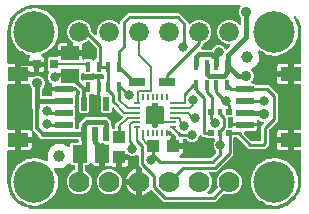
<source format=gbr>
G04 EAGLE Gerber RS-274X export*
G75*
%MOMM*%
%FSLAX34Y34*%
%LPD*%
%INTop Copper*%
%IPPOS*%
%AMOC8*
5,1,8,0,0,1.08239X$1,22.5*%
G01*
%ADD10R,1.000000X1.075000*%
%ADD11C,1.676400*%
%ADD12R,1.240000X1.500000*%
%ADD13R,0.550000X1.200000*%
%ADD14R,1.500000X1.240000*%
%ADD15R,1.075000X1.000000*%
%ADD16R,0.450000X0.900000*%
%ADD17R,0.500000X0.500000*%
%ADD18R,0.400000X0.500000*%
%ADD19C,1.778000*%
%ADD20C,3.516000*%
%ADD21R,1.550000X0.600000*%
%ADD22R,1.800000X1.200000*%
%ADD23C,1.000000*%
%ADD24R,0.800000X0.800000*%
%ADD25R,0.200000X0.550000*%
%ADD26R,0.550000X0.200000*%
%ADD27C,0.154000*%
%ADD28R,1.350000X0.800000*%
%ADD29C,0.254000*%
%ADD30C,0.800100*%
%ADD31C,0.406400*%
%ADD32C,0.177800*%
%ADD33C,0.203200*%
%ADD34C,0.304800*%
%ADD35C,0.889000*%

G36*
X228622Y2543D02*
X228622Y2543D01*
X228700Y2545D01*
X232077Y2810D01*
X232145Y2824D01*
X232214Y2829D01*
X232370Y2869D01*
X238794Y4956D01*
X238901Y5006D01*
X239012Y5050D01*
X239063Y5083D01*
X239082Y5091D01*
X239097Y5104D01*
X239148Y5136D01*
X244612Y9107D01*
X244699Y9188D01*
X244746Y9227D01*
X244752Y9231D01*
X244753Y9233D01*
X244791Y9264D01*
X244829Y9310D01*
X244844Y9324D01*
X244855Y9341D01*
X244893Y9387D01*
X246586Y11717D01*
X246599Y11741D01*
X246616Y11761D01*
X246675Y11880D01*
X246739Y11996D01*
X246746Y12022D01*
X246758Y12046D01*
X246785Y12174D01*
X246799Y12185D01*
X246823Y12196D01*
X246925Y12281D01*
X247031Y12361D01*
X247048Y12381D01*
X247068Y12398D01*
X247171Y12522D01*
X248864Y14852D01*
X248921Y14956D01*
X248985Y15056D01*
X249007Y15113D01*
X249017Y15131D01*
X249022Y15151D01*
X249044Y15206D01*
X251131Y21630D01*
X251144Y21698D01*
X251167Y21764D01*
X251190Y21923D01*
X251455Y25300D01*
X251455Y25304D01*
X251456Y25307D01*
X251455Y25326D01*
X251459Y25400D01*
X251459Y51090D01*
X251444Y51208D01*
X251437Y51327D01*
X251424Y51365D01*
X251419Y51406D01*
X251376Y51516D01*
X251339Y51629D01*
X251317Y51664D01*
X251302Y51701D01*
X251233Y51797D01*
X251169Y51898D01*
X251139Y51926D01*
X251116Y51959D01*
X251024Y52035D01*
X250937Y52116D01*
X250902Y52136D01*
X250871Y52161D01*
X250763Y52212D01*
X250659Y52270D01*
X250619Y52280D01*
X250583Y52297D01*
X250466Y52319D01*
X250351Y52349D01*
X250291Y52353D01*
X250271Y52357D01*
X250250Y52355D01*
X250190Y52359D01*
X244999Y52359D01*
X244999Y59630D01*
X244984Y59748D01*
X244977Y59867D01*
X244964Y59905D01*
X244959Y59945D01*
X244915Y60056D01*
X244879Y60169D01*
X244857Y60204D01*
X244842Y60241D01*
X244772Y60337D01*
X244709Y60438D01*
X244679Y60466D01*
X244655Y60498D01*
X244564Y60574D01*
X244477Y60656D01*
X244442Y60675D01*
X244410Y60701D01*
X244303Y60752D01*
X244199Y60809D01*
X244159Y60820D01*
X244123Y60837D01*
X244006Y60859D01*
X243891Y60889D01*
X243830Y60893D01*
X243810Y60897D01*
X243790Y60895D01*
X243730Y60899D01*
X242459Y60899D01*
X242459Y60901D01*
X243730Y60901D01*
X243848Y60916D01*
X243967Y60923D01*
X244005Y60936D01*
X244045Y60941D01*
X244156Y60985D01*
X244269Y61021D01*
X244304Y61043D01*
X244341Y61058D01*
X244437Y61128D01*
X244538Y61191D01*
X244566Y61221D01*
X244598Y61245D01*
X244674Y61336D01*
X244756Y61423D01*
X244775Y61458D01*
X244801Y61490D01*
X244852Y61597D01*
X244909Y61701D01*
X244920Y61741D01*
X244937Y61777D01*
X244959Y61894D01*
X244989Y62009D01*
X244993Y62070D01*
X244997Y62090D01*
X244995Y62109D01*
X244997Y62115D01*
X244996Y62122D01*
X244999Y62170D01*
X244999Y69441D01*
X250190Y69441D01*
X250308Y69456D01*
X250427Y69463D01*
X250465Y69475D01*
X250506Y69481D01*
X250616Y69524D01*
X250729Y69561D01*
X250764Y69583D01*
X250801Y69598D01*
X250897Y69667D01*
X250998Y69731D01*
X251026Y69761D01*
X251059Y69784D01*
X251135Y69876D01*
X251216Y69963D01*
X251236Y69998D01*
X251261Y70029D01*
X251312Y70137D01*
X251370Y70241D01*
X251380Y70281D01*
X251397Y70317D01*
X251419Y70434D01*
X251449Y70549D01*
X251453Y70609D01*
X251457Y70629D01*
X251455Y70650D01*
X251459Y70710D01*
X251459Y107090D01*
X251444Y107208D01*
X251437Y107327D01*
X251424Y107365D01*
X251419Y107406D01*
X251376Y107516D01*
X251339Y107629D01*
X251317Y107664D01*
X251302Y107701D01*
X251233Y107797D01*
X251169Y107898D01*
X251139Y107926D01*
X251116Y107959D01*
X251024Y108035D01*
X250937Y108116D01*
X250902Y108136D01*
X250871Y108161D01*
X250763Y108212D01*
X250659Y108270D01*
X250619Y108280D01*
X250583Y108297D01*
X250466Y108319D01*
X250351Y108349D01*
X250291Y108353D01*
X250271Y108357D01*
X250250Y108355D01*
X250190Y108359D01*
X244999Y108359D01*
X244999Y115630D01*
X244984Y115748D01*
X244977Y115867D01*
X244964Y115905D01*
X244959Y115945D01*
X244915Y116056D01*
X244879Y116169D01*
X244857Y116204D01*
X244842Y116241D01*
X244772Y116337D01*
X244709Y116438D01*
X244679Y116466D01*
X244655Y116498D01*
X244564Y116574D01*
X244477Y116656D01*
X244442Y116675D01*
X244410Y116701D01*
X244303Y116752D01*
X244199Y116809D01*
X244159Y116820D01*
X244123Y116837D01*
X244006Y116859D01*
X243891Y116889D01*
X243830Y116893D01*
X243810Y116897D01*
X243790Y116895D01*
X243730Y116899D01*
X242459Y116899D01*
X242459Y116901D01*
X243730Y116901D01*
X243848Y116916D01*
X243967Y116923D01*
X244005Y116936D01*
X244045Y116941D01*
X244156Y116985D01*
X244269Y117021D01*
X244304Y117043D01*
X244341Y117058D01*
X244437Y117128D01*
X244538Y117191D01*
X244566Y117221D01*
X244598Y117245D01*
X244674Y117336D01*
X244756Y117423D01*
X244775Y117458D01*
X244801Y117490D01*
X244852Y117597D01*
X244909Y117701D01*
X244920Y117741D01*
X244937Y117777D01*
X244959Y117894D01*
X244989Y118009D01*
X244993Y118070D01*
X244997Y118090D01*
X244995Y118110D01*
X244999Y118170D01*
X244999Y125441D01*
X250190Y125441D01*
X250308Y125456D01*
X250427Y125463D01*
X250465Y125475D01*
X250506Y125481D01*
X250616Y125524D01*
X250729Y125561D01*
X250764Y125583D01*
X250801Y125598D01*
X250897Y125667D01*
X250998Y125731D01*
X251026Y125761D01*
X251059Y125784D01*
X251135Y125876D01*
X251216Y125963D01*
X251236Y125998D01*
X251261Y126029D01*
X251312Y126137D01*
X251370Y126241D01*
X251380Y126281D01*
X251397Y126317D01*
X251419Y126434D01*
X251449Y126549D01*
X251453Y126609D01*
X251457Y126629D01*
X251455Y126650D01*
X251459Y126710D01*
X251459Y152400D01*
X251457Y152422D01*
X251455Y152500D01*
X251190Y155877D01*
X251176Y155945D01*
X251171Y156014D01*
X251131Y156170D01*
X249044Y162594D01*
X248993Y162701D01*
X248950Y162812D01*
X248917Y162863D01*
X248909Y162882D01*
X248896Y162897D01*
X248864Y162948D01*
X247171Y165277D01*
X247153Y165297D01*
X247139Y165320D01*
X247044Y165413D01*
X246953Y165509D01*
X246931Y165524D01*
X246912Y165542D01*
X246797Y165609D01*
X246685Y165680D01*
X246659Y165688D01*
X246636Y165701D01*
X246509Y165737D01*
X246382Y165778D01*
X246356Y165780D01*
X246330Y165787D01*
X246197Y165790D01*
X246065Y165798D01*
X246039Y165793D01*
X246012Y165794D01*
X245883Y165764D01*
X245753Y165739D01*
X245728Y165727D01*
X245702Y165721D01*
X245585Y165660D01*
X245465Y165604D01*
X245444Y165587D01*
X245421Y165574D01*
X245322Y165486D01*
X245220Y165401D01*
X245204Y165379D01*
X245184Y165362D01*
X245110Y165251D01*
X245032Y165144D01*
X245023Y165119D01*
X245008Y165097D01*
X244964Y164971D01*
X244915Y164848D01*
X244912Y164822D01*
X244903Y164797D01*
X244892Y164664D01*
X244875Y164533D01*
X244878Y164506D01*
X244876Y164480D01*
X244898Y164349D01*
X244914Y164217D01*
X244924Y164192D01*
X244929Y164166D01*
X244985Y164015D01*
X248292Y156586D01*
X248292Y148214D01*
X244887Y140566D01*
X238666Y134965D01*
X230704Y132378D01*
X222379Y133253D01*
X217730Y135937D01*
X217727Y135938D01*
X217725Y135940D01*
X217602Y136000D01*
X217501Y136068D01*
X217492Y136074D01*
X217488Y136076D01*
X217480Y136081D01*
X216729Y136515D01*
X216594Y136572D01*
X216462Y136631D01*
X216448Y136633D01*
X216436Y136638D01*
X216292Y136659D01*
X216148Y136684D01*
X216135Y136683D01*
X216121Y136685D01*
X215976Y136669D01*
X215831Y136657D01*
X215818Y136653D01*
X215805Y136651D01*
X215669Y136601D01*
X215531Y136553D01*
X215519Y136545D01*
X215507Y136541D01*
X215388Y136458D01*
X215266Y136377D01*
X215257Y136367D01*
X215246Y136359D01*
X215150Y136249D01*
X215053Y136141D01*
X215047Y136129D01*
X215038Y136119D01*
X214972Y135988D01*
X214905Y135859D01*
X214902Y135846D01*
X214896Y135834D01*
X214866Y135691D01*
X214832Y135550D01*
X214832Y135536D01*
X214830Y135523D01*
X214836Y135377D01*
X214839Y135232D01*
X214842Y135219D01*
X214843Y135205D01*
X214885Y135065D01*
X214924Y134925D01*
X214932Y134909D01*
X214934Y134901D01*
X214943Y134886D01*
X214995Y134781D01*
X215741Y133490D01*
X215741Y128130D01*
X213061Y123489D01*
X209526Y121448D01*
X209426Y121372D01*
X209322Y121301D01*
X209300Y121276D01*
X209273Y121256D01*
X209195Y121157D01*
X209112Y121063D01*
X209096Y121033D01*
X209075Y121007D01*
X209024Y120892D01*
X208967Y120780D01*
X208960Y120747D01*
X208946Y120716D01*
X208925Y120592D01*
X208897Y120470D01*
X208898Y120436D01*
X208893Y120403D01*
X208903Y120277D01*
X208907Y120152D01*
X208916Y120119D01*
X208919Y120086D01*
X208960Y119967D01*
X208995Y119846D01*
X209012Y119817D01*
X209024Y119785D01*
X209093Y119680D01*
X209157Y119572D01*
X209189Y119536D01*
X209199Y119520D01*
X209216Y119506D01*
X209263Y119451D01*
X210136Y118578D01*
X211084Y116291D01*
X211084Y113815D01*
X210136Y111528D01*
X209454Y110845D01*
X209369Y110736D01*
X209280Y110629D01*
X209272Y110610D01*
X209259Y110594D01*
X209204Y110466D01*
X209145Y110341D01*
X209141Y110321D01*
X209133Y110302D01*
X209111Y110164D01*
X209085Y110028D01*
X209086Y110008D01*
X209083Y109988D01*
X209096Y109849D01*
X209105Y109711D01*
X209111Y109692D01*
X209113Y109672D01*
X209160Y109541D01*
X209203Y109409D01*
X209214Y109391D01*
X209220Y109372D01*
X209298Y109258D01*
X209373Y109140D01*
X209388Y109126D01*
X209399Y109109D01*
X209503Y109017D01*
X209605Y108922D01*
X209622Y108912D01*
X209637Y108899D01*
X209761Y108836D01*
X209883Y108768D01*
X209903Y108763D01*
X209921Y108754D01*
X210057Y108724D01*
X210191Y108689D01*
X210219Y108687D01*
X210231Y108684D01*
X210251Y108685D01*
X210352Y108679D01*
X211947Y108679D01*
X213051Y107574D01*
X213129Y107514D01*
X213201Y107446D01*
X213254Y107417D01*
X213302Y107380D01*
X213393Y107340D01*
X213480Y107292D01*
X213538Y107277D01*
X213594Y107253D01*
X213692Y107238D01*
X213788Y107213D01*
X213888Y107207D01*
X213908Y107203D01*
X213920Y107205D01*
X213948Y107203D01*
X223858Y107203D01*
X231903Y99158D01*
X231903Y77372D01*
X224654Y70124D01*
X224594Y70045D01*
X224526Y69973D01*
X224497Y69920D01*
X224460Y69872D01*
X224420Y69781D01*
X224372Y69695D01*
X224357Y69636D01*
X224333Y69581D01*
X224318Y69483D01*
X224293Y69387D01*
X224287Y69287D01*
X224283Y69266D01*
X224285Y69254D01*
X224283Y69226D01*
X224283Y57052D01*
X220454Y53223D01*
X206798Y53223D01*
X197258Y62764D01*
X197179Y62824D01*
X197107Y62892D01*
X197054Y62921D01*
X197006Y62958D01*
X196915Y62998D01*
X196829Y63046D01*
X196770Y63061D01*
X196715Y63085D01*
X196617Y63100D01*
X196521Y63125D01*
X196421Y63131D01*
X196400Y63135D01*
X196388Y63133D01*
X196360Y63135D01*
X195206Y63135D01*
X195088Y63120D01*
X194969Y63113D01*
X194931Y63100D01*
X194890Y63095D01*
X194780Y63052D01*
X194667Y63015D01*
X194632Y62993D01*
X194595Y62978D01*
X194499Y62909D01*
X194398Y62845D01*
X194370Y62815D01*
X194337Y62792D01*
X194261Y62700D01*
X194180Y62613D01*
X194160Y62578D01*
X194135Y62547D01*
X194084Y62439D01*
X194026Y62335D01*
X194016Y62295D01*
X193999Y62259D01*
X193977Y62142D01*
X193947Y62027D01*
X193943Y61967D01*
X193939Y61947D01*
X193941Y61926D01*
X193937Y61866D01*
X193937Y48468D01*
X179514Y34045D01*
X174607Y34045D01*
X174469Y34028D01*
X174330Y34015D01*
X174311Y34008D01*
X174291Y34005D01*
X174162Y33954D01*
X174031Y33907D01*
X174014Y33896D01*
X173996Y33888D01*
X173883Y33807D01*
X173768Y33729D01*
X173755Y33713D01*
X173738Y33702D01*
X173649Y33594D01*
X173558Y33490D01*
X173548Y33472D01*
X173535Y33457D01*
X173476Y33331D01*
X173413Y33207D01*
X173408Y33187D01*
X173400Y33169D01*
X173374Y33033D01*
X173343Y32897D01*
X173344Y32876D01*
X173340Y32857D01*
X173349Y32718D01*
X173353Y32579D01*
X173359Y32559D01*
X173360Y32539D01*
X173403Y32407D01*
X173441Y32273D01*
X173452Y32256D01*
X173458Y32237D01*
X173532Y32119D01*
X173603Y31999D01*
X173622Y31978D01*
X173628Y31968D01*
X173643Y31954D01*
X173709Y31878D01*
X174145Y31443D01*
X175769Y27522D01*
X175769Y23278D01*
X174145Y19357D01*
X172322Y17534D01*
X172237Y17425D01*
X172148Y17318D01*
X172140Y17299D01*
X172127Y17283D01*
X172072Y17155D01*
X172013Y17030D01*
X172009Y17010D01*
X172001Y16991D01*
X171979Y16853D01*
X171953Y16717D01*
X171954Y16697D01*
X171951Y16677D01*
X171964Y16538D01*
X171973Y16400D01*
X171979Y16381D01*
X171981Y16361D01*
X172028Y16229D01*
X172071Y16098D01*
X172082Y16080D01*
X172089Y16061D01*
X172167Y15946D01*
X172241Y15829D01*
X172256Y15815D01*
X172267Y15798D01*
X172371Y15706D01*
X172473Y15611D01*
X172490Y15601D01*
X172506Y15588D01*
X172630Y15524D01*
X172751Y15457D01*
X172771Y15452D01*
X172789Y15443D01*
X172925Y15413D01*
X173059Y15378D01*
X173087Y15376D01*
X173099Y15373D01*
X173120Y15374D01*
X173220Y15368D01*
X175271Y15368D01*
X175369Y15380D01*
X175468Y15383D01*
X175527Y15400D01*
X175587Y15408D01*
X175679Y15444D01*
X175774Y15472D01*
X175826Y15502D01*
X175882Y15525D01*
X175962Y15583D01*
X176048Y15633D01*
X176123Y15699D01*
X176140Y15711D01*
X176148Y15721D01*
X176169Y15739D01*
X180367Y19938D01*
X180385Y19961D01*
X180407Y19980D01*
X180482Y20086D01*
X180562Y20189D01*
X180573Y20216D01*
X180590Y20240D01*
X180636Y20361D01*
X180688Y20481D01*
X180693Y20510D01*
X180703Y20537D01*
X180718Y20666D01*
X180738Y20795D01*
X180735Y20824D01*
X180738Y20854D01*
X180720Y20982D01*
X180708Y21111D01*
X180698Y21139D01*
X180694Y21168D01*
X180642Y21321D01*
X179831Y23278D01*
X179831Y27522D01*
X181455Y31443D01*
X184457Y34445D01*
X188378Y36069D01*
X192622Y36069D01*
X196543Y34445D01*
X199545Y31443D01*
X201169Y27522D01*
X201169Y23278D01*
X199545Y19357D01*
X196543Y16355D01*
X192622Y14731D01*
X188378Y14731D01*
X186421Y15542D01*
X186392Y15550D01*
X186366Y15563D01*
X186239Y15592D01*
X186114Y15626D01*
X186085Y15626D01*
X186056Y15633D01*
X185926Y15629D01*
X185796Y15631D01*
X185767Y15624D01*
X185738Y15623D01*
X185613Y15587D01*
X185487Y15557D01*
X185461Y15543D01*
X185432Y15535D01*
X185321Y15469D01*
X185206Y15408D01*
X185184Y15388D01*
X185158Y15373D01*
X185038Y15267D01*
X178533Y8762D01*
X134522Y8762D01*
X126004Y17281D01*
X125043Y18242D01*
X124996Y18278D01*
X124955Y18322D01*
X124870Y18375D01*
X124791Y18437D01*
X124737Y18460D01*
X124686Y18492D01*
X124591Y18523D01*
X124499Y18563D01*
X124441Y18572D01*
X124384Y18591D01*
X124284Y18597D01*
X124185Y18613D01*
X124126Y18607D01*
X124067Y18611D01*
X123968Y18592D01*
X123869Y18583D01*
X123813Y18563D01*
X123754Y18552D01*
X123664Y18509D01*
X123569Y18475D01*
X123520Y18442D01*
X123466Y18417D01*
X123389Y18353D01*
X123306Y18297D01*
X123267Y18252D01*
X123221Y18214D01*
X123118Y18090D01*
X123019Y17953D01*
X121747Y16681D01*
X120291Y15623D01*
X118688Y14807D01*
X116977Y14251D01*
X116799Y14223D01*
X116799Y24170D01*
X116784Y24288D01*
X116777Y24407D01*
X116764Y24445D01*
X116759Y24485D01*
X116716Y24596D01*
X116679Y24709D01*
X116657Y24743D01*
X116642Y24781D01*
X116573Y24877D01*
X116509Y24978D01*
X116479Y25006D01*
X116456Y25038D01*
X116364Y25114D01*
X116277Y25196D01*
X116242Y25215D01*
X116211Y25241D01*
X116103Y25292D01*
X115999Y25349D01*
X115959Y25359D01*
X115923Y25377D01*
X115816Y25397D01*
X115846Y25401D01*
X115956Y25445D01*
X116069Y25481D01*
X116104Y25503D01*
X116141Y25518D01*
X116237Y25588D01*
X116338Y25651D01*
X116366Y25681D01*
X116399Y25705D01*
X116475Y25796D01*
X116556Y25883D01*
X116576Y25918D01*
X116601Y25950D01*
X116652Y26057D01*
X116710Y26162D01*
X116720Y26201D01*
X116737Y26237D01*
X116759Y26354D01*
X116789Y26470D01*
X116793Y26530D01*
X116797Y26550D01*
X116795Y26570D01*
X116797Y26576D01*
X116796Y26583D01*
X116799Y26630D01*
X116799Y35611D01*
X116787Y35709D01*
X116784Y35808D01*
X116767Y35867D01*
X116759Y35927D01*
X116723Y36019D01*
X116695Y36114D01*
X116665Y36166D01*
X116642Y36222D01*
X116584Y36302D01*
X116534Y36388D01*
X116468Y36463D01*
X116456Y36480D01*
X116446Y36488D01*
X116428Y36509D01*
X113632Y39304D01*
X113632Y47074D01*
X113626Y47124D01*
X113628Y47173D01*
X113606Y47281D01*
X113592Y47390D01*
X113574Y47436D01*
X113564Y47485D01*
X113516Y47583D01*
X113475Y47686D01*
X113446Y47726D01*
X113424Y47770D01*
X113353Y47854D01*
X113289Y47943D01*
X113250Y47975D01*
X113218Y48012D01*
X113128Y48076D01*
X113044Y48146D01*
X112999Y48167D01*
X112958Y48195D01*
X112855Y48234D01*
X112756Y48281D01*
X112707Y48291D01*
X112661Y48308D01*
X112551Y48320D01*
X112444Y48341D01*
X112394Y48338D01*
X112345Y48343D01*
X112236Y48328D01*
X112126Y48321D01*
X112079Y48306D01*
X112030Y48299D01*
X111877Y48247D01*
X109608Y47307D01*
X107308Y47307D01*
X105184Y48187D01*
X105006Y48365D01*
X104928Y48425D01*
X104856Y48493D01*
X104803Y48522D01*
X104755Y48559D01*
X104664Y48599D01*
X104578Y48647D01*
X104519Y48662D01*
X104463Y48686D01*
X104365Y48701D01*
X104270Y48726D01*
X104170Y48732D01*
X104149Y48736D01*
X104137Y48734D01*
X104109Y48736D01*
X98512Y48736D01*
X98394Y48721D01*
X98275Y48714D01*
X98237Y48701D01*
X98197Y48696D01*
X98086Y48653D01*
X97973Y48616D01*
X97939Y48594D01*
X97901Y48579D01*
X97805Y48510D01*
X97704Y48446D01*
X97676Y48416D01*
X97644Y48393D01*
X97568Y48301D01*
X97486Y48214D01*
X97467Y48179D01*
X97441Y48148D01*
X97390Y48040D01*
X97333Y47936D01*
X97323Y47896D01*
X97305Y47860D01*
X97283Y47743D01*
X97253Y47628D01*
X97249Y47568D01*
X97246Y47548D01*
X97247Y47527D01*
X97243Y47467D01*
X97243Y46276D01*
X96052Y46276D01*
X95934Y46261D01*
X95815Y46254D01*
X95777Y46241D01*
X95736Y46236D01*
X95626Y46192D01*
X95513Y46156D01*
X95478Y46134D01*
X95441Y46119D01*
X95344Y46049D01*
X95244Y45986D01*
X95216Y45956D01*
X95183Y45932D01*
X95107Y45841D01*
X95026Y45754D01*
X95006Y45719D01*
X94981Y45687D01*
X94930Y45580D01*
X94872Y45475D01*
X94862Y45436D01*
X94845Y45400D01*
X94823Y45283D01*
X94793Y45167D01*
X94789Y45107D01*
X94785Y45087D01*
X94787Y45067D01*
X94783Y45007D01*
X94783Y38321D01*
X91965Y38321D01*
X91896Y38313D01*
X91826Y38314D01*
X91739Y38293D01*
X91649Y38281D01*
X91616Y38268D01*
X91535Y38348D01*
X91519Y38358D01*
X91513Y38364D01*
X91498Y38372D01*
X91400Y38437D01*
X90722Y38829D01*
X90649Y38902D01*
X90565Y38967D01*
X90488Y39039D01*
X90440Y39064D01*
X90398Y39097D01*
X90301Y39139D01*
X90207Y39189D01*
X90155Y39202D01*
X90106Y39223D01*
X90001Y39240D01*
X89899Y39265D01*
X89845Y39265D01*
X89792Y39273D01*
X89687Y39263D01*
X89581Y39262D01*
X89497Y39245D01*
X89475Y39243D01*
X89461Y39238D01*
X89446Y39235D01*
X85445Y39235D01*
X85445Y48006D01*
X85430Y48124D01*
X85423Y48243D01*
X85410Y48281D01*
X85405Y48321D01*
X85361Y48432D01*
X85325Y48545D01*
X85303Y48580D01*
X85288Y48617D01*
X85218Y48713D01*
X85155Y48814D01*
X85125Y48842D01*
X85101Y48874D01*
X85010Y48950D01*
X84923Y49032D01*
X84888Y49051D01*
X84856Y49077D01*
X84749Y49128D01*
X84645Y49185D01*
X84605Y49196D01*
X84569Y49213D01*
X84452Y49235D01*
X84337Y49265D01*
X84276Y49269D01*
X84256Y49273D01*
X84236Y49271D01*
X84176Y49275D01*
X81636Y49275D01*
X81518Y49260D01*
X81399Y49253D01*
X81361Y49240D01*
X81321Y49235D01*
X81210Y49191D01*
X81097Y49155D01*
X81062Y49133D01*
X81025Y49118D01*
X80929Y49048D01*
X80828Y48985D01*
X80800Y48955D01*
X80767Y48931D01*
X80692Y48840D01*
X80610Y48753D01*
X80590Y48718D01*
X80565Y48686D01*
X80514Y48579D01*
X80456Y48475D01*
X80446Y48435D01*
X80429Y48399D01*
X80407Y48282D01*
X80377Y48167D01*
X80373Y48106D01*
X80369Y48086D01*
X80371Y48066D01*
X80367Y48006D01*
X80367Y39235D01*
X76372Y39235D01*
X75725Y39408D01*
X75146Y39743D01*
X74673Y40216D01*
X74339Y40795D01*
X74337Y40799D01*
X74287Y40922D01*
X74243Y41046D01*
X74227Y41069D01*
X74217Y41094D01*
X74138Y41200D01*
X74064Y41310D01*
X74044Y41327D01*
X74028Y41349D01*
X73925Y41433D01*
X73826Y41520D01*
X73802Y41532D01*
X73781Y41549D01*
X73660Y41604D01*
X73542Y41665D01*
X73516Y41671D01*
X73492Y41682D01*
X73361Y41705D01*
X73232Y41734D01*
X73205Y41734D01*
X73179Y41738D01*
X73047Y41729D01*
X72914Y41725D01*
X72888Y41717D01*
X72861Y41715D01*
X72736Y41673D01*
X72609Y41636D01*
X72586Y41623D01*
X72560Y41614D01*
X72449Y41542D01*
X72335Y41475D01*
X72306Y41449D01*
X72293Y41441D01*
X72278Y41425D01*
X72214Y41368D01*
X70843Y39997D01*
X69240Y39997D01*
X69122Y39982D01*
X69003Y39975D01*
X68965Y39962D01*
X68924Y39957D01*
X68814Y39914D01*
X68701Y39877D01*
X68666Y39855D01*
X68629Y39840D01*
X68533Y39771D01*
X68432Y39707D01*
X68404Y39677D01*
X68371Y39654D01*
X68295Y39562D01*
X68214Y39475D01*
X68194Y39440D01*
X68169Y39409D01*
X68118Y39301D01*
X68060Y39197D01*
X68050Y39157D01*
X68033Y39121D01*
X68011Y39004D01*
X67981Y38889D01*
X67977Y38829D01*
X67973Y38809D01*
X67975Y38788D01*
X67971Y38728D01*
X67971Y35944D01*
X67974Y35915D01*
X67972Y35885D01*
X67994Y35757D01*
X68011Y35628D01*
X68021Y35601D01*
X68026Y35572D01*
X68080Y35453D01*
X68128Y35333D01*
X68145Y35309D01*
X68157Y35282D01*
X68238Y35181D01*
X68314Y35075D01*
X68337Y35057D01*
X68356Y35034D01*
X68459Y34956D01*
X68559Y34873D01*
X68586Y34860D01*
X68610Y34842D01*
X68754Y34771D01*
X69543Y34445D01*
X72545Y31443D01*
X74169Y27522D01*
X74169Y23278D01*
X72545Y19357D01*
X69543Y16355D01*
X65622Y14731D01*
X61378Y14731D01*
X57457Y16355D01*
X54455Y19357D01*
X52831Y23278D01*
X52831Y27522D01*
X54455Y31443D01*
X57457Y34445D01*
X59058Y35108D01*
X59083Y35122D01*
X59111Y35131D01*
X59221Y35201D01*
X59334Y35265D01*
X59355Y35286D01*
X59380Y35302D01*
X59469Y35396D01*
X59562Y35487D01*
X59578Y35512D01*
X59598Y35533D01*
X59661Y35647D01*
X59729Y35758D01*
X59737Y35786D01*
X59752Y35812D01*
X59784Y35937D01*
X59822Y36062D01*
X59824Y36091D01*
X59831Y36120D01*
X59841Y36280D01*
X59841Y38728D01*
X59826Y38846D01*
X59819Y38965D01*
X59806Y39003D01*
X59801Y39044D01*
X59758Y39154D01*
X59721Y39267D01*
X59699Y39302D01*
X59684Y39339D01*
X59615Y39435D01*
X59551Y39536D01*
X59521Y39564D01*
X59498Y39597D01*
X59406Y39673D01*
X59319Y39754D01*
X59284Y39774D01*
X59253Y39799D01*
X59145Y39850D01*
X59041Y39908D01*
X59001Y39918D01*
X58965Y39935D01*
X58848Y39957D01*
X58733Y39987D01*
X58673Y39991D01*
X58653Y39995D01*
X58632Y39993D01*
X58572Y39997D01*
X56969Y39997D01*
X56146Y40820D01*
X56047Y40897D01*
X55952Y40979D01*
X55922Y40994D01*
X55895Y41015D01*
X55780Y41065D01*
X55667Y41121D01*
X55634Y41128D01*
X55603Y41141D01*
X55479Y41161D01*
X55356Y41187D01*
X55322Y41186D01*
X55289Y41191D01*
X55164Y41180D01*
X55038Y41174D01*
X55006Y41165D01*
X54972Y41162D01*
X54854Y41119D01*
X54734Y41083D01*
X54705Y41065D01*
X54673Y41054D01*
X54569Y40983D01*
X54462Y40918D01*
X54438Y40894D01*
X54410Y40875D01*
X54327Y40781D01*
X54239Y40691D01*
X54212Y40651D01*
X54200Y40637D01*
X54190Y40618D01*
X54150Y40557D01*
X53930Y40177D01*
X49289Y37497D01*
X43852Y37497D01*
X43844Y37501D01*
X43765Y37512D01*
X43688Y37534D01*
X43608Y37536D01*
X43529Y37547D01*
X43450Y37539D01*
X43370Y37541D01*
X43292Y37523D01*
X43213Y37514D01*
X43138Y37487D01*
X43060Y37468D01*
X42990Y37431D01*
X42915Y37404D01*
X42849Y37358D01*
X42778Y37321D01*
X42719Y37268D01*
X42654Y37222D01*
X42601Y37162D01*
X42542Y37109D01*
X42498Y37042D01*
X42446Y36982D01*
X42410Y36910D01*
X42366Y36844D01*
X42339Y36769D01*
X42304Y36697D01*
X42287Y36619D01*
X42261Y36544D01*
X42254Y36464D01*
X42237Y36386D01*
X42241Y36306D01*
X42234Y36227D01*
X42247Y36148D01*
X42250Y36068D01*
X42273Y35992D01*
X42287Y35913D01*
X42341Y35765D01*
X42342Y35764D01*
X42342Y35763D01*
X42343Y35762D01*
X45092Y29586D01*
X45092Y21214D01*
X41687Y13566D01*
X35466Y7965D01*
X27504Y5378D01*
X19416Y6228D01*
X19390Y6227D01*
X19364Y6232D01*
X19231Y6224D01*
X19173Y6223D01*
X19147Y6250D01*
X19125Y6265D01*
X19106Y6283D01*
X18972Y6372D01*
X14530Y8937D01*
X14527Y8938D01*
X14525Y8940D01*
X14402Y9000D01*
X14301Y9068D01*
X14292Y9074D01*
X14288Y9076D01*
X14280Y9081D01*
X11929Y10439D01*
X9184Y14216D01*
X9171Y14230D01*
X9161Y14247D01*
X9055Y14368D01*
X8982Y14441D01*
X8962Y14475D01*
X8937Y14540D01*
X8850Y14676D01*
X7008Y17211D01*
X6158Y21213D01*
X6146Y21247D01*
X6141Y21282D01*
X6089Y21435D01*
X6041Y21549D01*
X6041Y21627D01*
X6035Y21679D01*
X6037Y21731D01*
X6014Y21891D01*
X5268Y25400D01*
X6014Y28909D01*
X6018Y28962D01*
X6031Y29012D01*
X6037Y29105D01*
X6039Y29114D01*
X6038Y29124D01*
X6041Y29173D01*
X6041Y29251D01*
X6089Y29365D01*
X6098Y29400D01*
X6114Y29432D01*
X6158Y29587D01*
X7008Y33589D01*
X8850Y36124D01*
X8884Y36185D01*
X8925Y36240D01*
X8986Y36363D01*
X9055Y36432D01*
X9067Y36448D01*
X9082Y36460D01*
X9184Y36584D01*
X11929Y40361D01*
X14280Y41719D01*
X14349Y41771D01*
X14379Y41789D01*
X14381Y41789D01*
X14383Y41791D01*
X14385Y41791D01*
X14530Y41863D01*
X19179Y44547D01*
X27504Y45422D01*
X35137Y42942D01*
X35150Y42940D01*
X35162Y42934D01*
X35306Y42910D01*
X35449Y42883D01*
X35462Y42883D01*
X35475Y42881D01*
X35621Y42893D01*
X35766Y42903D01*
X35779Y42907D01*
X35792Y42908D01*
X35930Y42955D01*
X36069Y43001D01*
X36080Y43008D01*
X36093Y43012D01*
X36214Y43093D01*
X36338Y43171D01*
X36347Y43181D01*
X36358Y43188D01*
X36456Y43297D01*
X36555Y43403D01*
X36562Y43414D01*
X36571Y43424D01*
X36638Y43554D01*
X36709Y43681D01*
X36712Y43694D01*
X36718Y43706D01*
X36752Y43848D01*
X36788Y43989D01*
X36788Y44003D01*
X36791Y44015D01*
X36788Y44161D01*
X36788Y44307D01*
X36785Y44320D01*
X36785Y44333D01*
X36746Y44474D01*
X36709Y44615D01*
X36703Y44627D01*
X36700Y44640D01*
X36628Y44784D01*
X36608Y44818D01*
X36608Y50178D01*
X39288Y54819D01*
X43929Y57499D01*
X49289Y57499D01*
X54023Y54765D01*
X54146Y54714D01*
X54265Y54657D01*
X54292Y54652D01*
X54317Y54642D01*
X54448Y54622D01*
X54578Y54598D01*
X54604Y54599D01*
X54631Y54595D01*
X54763Y54609D01*
X54895Y54617D01*
X54921Y54626D01*
X54947Y54629D01*
X55072Y54675D01*
X55197Y54715D01*
X55220Y54730D01*
X55246Y54739D01*
X55354Y54815D01*
X55466Y54886D01*
X55485Y54905D01*
X55507Y54921D01*
X55593Y55021D01*
X55684Y55117D01*
X55697Y55141D01*
X55715Y55161D01*
X55774Y55280D01*
X55838Y55396D01*
X55844Y55422D01*
X55856Y55446D01*
X55884Y55575D01*
X55917Y55704D01*
X55919Y55742D01*
X55923Y55757D01*
X55922Y55779D01*
X55927Y55864D01*
X55927Y57513D01*
X56969Y58555D01*
X61664Y58555D01*
X61782Y58570D01*
X61901Y58577D01*
X61939Y58590D01*
X61980Y58595D01*
X62090Y58638D01*
X62203Y58675D01*
X62238Y58697D01*
X62275Y58712D01*
X62371Y58781D01*
X62472Y58845D01*
X62500Y58875D01*
X62533Y58898D01*
X62609Y58990D01*
X62690Y59077D01*
X62710Y59112D01*
X62735Y59143D01*
X62786Y59251D01*
X62844Y59355D01*
X62854Y59395D01*
X62871Y59431D01*
X62893Y59548D01*
X62923Y59663D01*
X62927Y59723D01*
X62931Y59743D01*
X62929Y59764D01*
X62933Y59824D01*
X62933Y60619D01*
X62918Y60737D01*
X62911Y60856D01*
X62898Y60894D01*
X62893Y60935D01*
X62850Y61045D01*
X62813Y61158D01*
X62791Y61193D01*
X62776Y61230D01*
X62707Y61326D01*
X62643Y61427D01*
X62613Y61455D01*
X62590Y61488D01*
X62498Y61564D01*
X62411Y61645D01*
X62376Y61665D01*
X62345Y61690D01*
X62237Y61741D01*
X62133Y61799D01*
X62093Y61809D01*
X62057Y61826D01*
X61940Y61848D01*
X61825Y61878D01*
X61765Y61882D01*
X61745Y61886D01*
X61724Y61884D01*
X61664Y61888D01*
X31056Y61888D01*
X28675Y64269D01*
X28675Y64462D01*
X28662Y64560D01*
X28659Y64659D01*
X28643Y64718D01*
X28635Y64778D01*
X28599Y64870D01*
X28571Y64965D01*
X28540Y65017D01*
X28518Y65073D01*
X28460Y65153D01*
X28410Y65239D01*
X28343Y65314D01*
X28331Y65331D01*
X28322Y65338D01*
X28303Y65360D01*
X26752Y66911D01*
X25205Y68458D01*
X25090Y68547D01*
X24977Y68639D01*
X24964Y68644D01*
X24954Y68653D01*
X24820Y68711D01*
X24688Y68771D01*
X24674Y68774D01*
X24662Y68779D01*
X24518Y68802D01*
X24375Y68828D01*
X24361Y68827D01*
X24348Y68829D01*
X24202Y68815D01*
X24057Y68805D01*
X24045Y68800D01*
X24031Y68799D01*
X23894Y68750D01*
X23756Y68703D01*
X23745Y68696D01*
X23732Y68691D01*
X23611Y68610D01*
X23489Y68530D01*
X23480Y68520D01*
X23469Y68513D01*
X23372Y68404D01*
X23274Y68296D01*
X23267Y68285D01*
X23258Y68274D01*
X23192Y68144D01*
X23123Y68016D01*
X23120Y68003D01*
X23114Y67991D01*
X23082Y67849D01*
X23047Y67708D01*
X23047Y67694D01*
X23044Y67681D01*
X23048Y67535D01*
X23050Y67390D01*
X23053Y67372D01*
X23054Y67363D01*
X23058Y67347D01*
X23081Y67235D01*
X23081Y63439D01*
X14079Y63439D01*
X14079Y69441D01*
X20874Y69441D01*
X21521Y69268D01*
X22100Y68933D01*
X22129Y68904D01*
X22211Y68840D01*
X22270Y68785D01*
X22299Y68769D01*
X22346Y68730D01*
X22365Y68721D01*
X22381Y68709D01*
X22509Y68653D01*
X22510Y68653D01*
X22549Y68631D01*
X22563Y68628D01*
X22634Y68594D01*
X22654Y68590D01*
X22673Y68582D01*
X22810Y68560D01*
X22947Y68534D01*
X22967Y68536D01*
X22987Y68532D01*
X23125Y68546D01*
X23264Y68554D01*
X23283Y68560D01*
X23303Y68562D01*
X23435Y68609D01*
X23566Y68652D01*
X23583Y68663D01*
X23603Y68670D01*
X23717Y68748D01*
X23835Y68822D01*
X23849Y68837D01*
X23866Y68848D01*
X23957Y68952D01*
X24053Y69054D01*
X24063Y69072D01*
X24076Y69087D01*
X24139Y69211D01*
X24207Y69332D01*
X24212Y69352D01*
X24221Y69370D01*
X24230Y69409D01*
X24234Y69418D01*
X24247Y69487D01*
X24251Y69506D01*
X24286Y69640D01*
X24288Y69668D01*
X24291Y69680D01*
X24290Y69701D01*
X24291Y69715D01*
X24294Y69730D01*
X24293Y69746D01*
X24296Y69801D01*
X24296Y86463D01*
X24284Y86561D01*
X24281Y86660D01*
X24264Y86718D01*
X24256Y86778D01*
X24220Y86871D01*
X24192Y86966D01*
X24162Y87018D01*
X24139Y87074D01*
X24081Y87154D01*
X24031Y87240D01*
X23965Y87315D01*
X23953Y87332D01*
X23943Y87339D01*
X23925Y87360D01*
X23788Y87497D01*
X23788Y91490D01*
X23776Y91588D01*
X23773Y91687D01*
X23756Y91746D01*
X23748Y91806D01*
X23712Y91898D01*
X23684Y91993D01*
X23654Y92045D01*
X23631Y92101D01*
X23573Y92181D01*
X23523Y92267D01*
X23508Y92284D01*
X23508Y104211D01*
X23495Y104309D01*
X23492Y104408D01*
X23476Y104466D01*
X23468Y104526D01*
X23432Y104618D01*
X23404Y104713D01*
X23373Y104766D01*
X23351Y104822D01*
X23293Y104902D01*
X23243Y104987D01*
X23176Y105063D01*
X23164Y105079D01*
X23155Y105087D01*
X23136Y105108D01*
X22664Y105581D01*
X21837Y107576D01*
X21823Y107601D01*
X21814Y107629D01*
X21744Y107739D01*
X21680Y107852D01*
X21659Y107873D01*
X21643Y107898D01*
X21549Y107987D01*
X21459Y108080D01*
X21433Y108096D01*
X21412Y108116D01*
X21298Y108179D01*
X21187Y108247D01*
X21159Y108255D01*
X21133Y108270D01*
X21008Y108302D01*
X20883Y108340D01*
X20854Y108342D01*
X20825Y108349D01*
X20665Y108359D01*
X14079Y108359D01*
X14079Y114361D01*
X24110Y114361D01*
X24120Y114362D01*
X24129Y114361D01*
X24278Y114382D01*
X24426Y114401D01*
X24435Y114404D01*
X24444Y114405D01*
X24596Y114457D01*
X26702Y115330D01*
X29178Y115330D01*
X31465Y114382D01*
X33216Y112631D01*
X34164Y110344D01*
X34164Y107868D01*
X33216Y105581D01*
X32009Y104373D01*
X31948Y104295D01*
X31881Y104223D01*
X31851Y104170D01*
X31814Y104122D01*
X31775Y104031D01*
X31727Y103945D01*
X31712Y103886D01*
X31688Y103830D01*
X31672Y103732D01*
X31648Y103637D01*
X31641Y103537D01*
X31638Y103516D01*
X31639Y103504D01*
X31637Y103476D01*
X31637Y99314D01*
X31652Y99196D01*
X31660Y99077D01*
X31672Y99039D01*
X31677Y98998D01*
X31721Y98888D01*
X31758Y98775D01*
X31779Y98740D01*
X31794Y98703D01*
X31864Y98607D01*
X31928Y98506D01*
X31957Y98478D01*
X31981Y98445D01*
X32073Y98369D01*
X32159Y98288D01*
X32195Y98268D01*
X32226Y98243D01*
X32334Y98192D01*
X32438Y98134D01*
X32477Y98124D01*
X32514Y98107D01*
X32631Y98085D01*
X32746Y98055D01*
X32806Y98051D01*
X32826Y98047D01*
X32846Y98049D01*
X32907Y98045D01*
X39306Y98045D01*
X39438Y98061D01*
X39570Y98072D01*
X39595Y98081D01*
X39622Y98085D01*
X39745Y98133D01*
X39870Y98177D01*
X39893Y98192D01*
X39918Y98202D01*
X40025Y98279D01*
X40135Y98353D01*
X40153Y98373D01*
X40175Y98388D01*
X40259Y98491D01*
X40348Y98589D01*
X40361Y98613D01*
X40378Y98633D01*
X40434Y98753D01*
X40496Y98871D01*
X40502Y98897D01*
X40513Y98921D01*
X40538Y99051D01*
X40569Y99180D01*
X40568Y99207D01*
X40573Y99233D01*
X40565Y99366D01*
X40562Y99498D01*
X40555Y99524D01*
X40553Y99551D01*
X40512Y99677D01*
X40477Y99805D01*
X40460Y99839D01*
X40455Y99853D01*
X40444Y99872D01*
X40425Y99909D01*
X40249Y100566D01*
X40249Y102401D01*
X50310Y102401D01*
X50428Y102416D01*
X50547Y102423D01*
X50554Y102425D01*
X50610Y102411D01*
X50670Y102407D01*
X50690Y102403D01*
X50710Y102405D01*
X50770Y102401D01*
X60831Y102401D01*
X60831Y100566D01*
X60658Y99919D01*
X60323Y99340D01*
X60242Y99259D01*
X60169Y99165D01*
X60090Y99075D01*
X60072Y99039D01*
X60047Y99007D01*
X60000Y98898D01*
X59945Y98792D01*
X59937Y98753D01*
X59921Y98716D01*
X59902Y98598D01*
X59876Y98482D01*
X59877Y98441D01*
X59871Y98401D01*
X59882Y98283D01*
X59885Y98164D01*
X59897Y98125D01*
X59900Y98085D01*
X59941Y97973D01*
X59974Y97858D01*
X59994Y97824D01*
X60008Y97786D01*
X60069Y97696D01*
X60069Y90163D01*
X59703Y89798D01*
X59630Y89704D01*
X59551Y89614D01*
X59533Y89578D01*
X59508Y89546D01*
X59461Y89437D01*
X59407Y89331D01*
X59398Y89292D01*
X59382Y89254D01*
X59363Y89137D01*
X59337Y89021D01*
X59338Y88980D01*
X59332Y88940D01*
X59343Y88822D01*
X59347Y88703D01*
X59358Y88664D01*
X59362Y88624D01*
X59402Y88512D01*
X59435Y88397D01*
X59456Y88362D01*
X59469Y88324D01*
X59536Y88226D01*
X59597Y88123D01*
X59636Y88078D01*
X59648Y88061D01*
X59663Y88048D01*
X59703Y88003D01*
X60069Y87637D01*
X60069Y80163D01*
X59703Y79798D01*
X59630Y79704D01*
X59551Y79614D01*
X59533Y79578D01*
X59508Y79546D01*
X59461Y79437D01*
X59407Y79331D01*
X59398Y79292D01*
X59382Y79254D01*
X59363Y79137D01*
X59337Y79021D01*
X59338Y78980D01*
X59332Y78940D01*
X59343Y78822D01*
X59347Y78703D01*
X59358Y78664D01*
X59362Y78624D01*
X59402Y78512D01*
X59435Y78397D01*
X59456Y78362D01*
X59469Y78324D01*
X59536Y78226D01*
X59597Y78123D01*
X59636Y78078D01*
X59648Y78061D01*
X59663Y78048D01*
X59703Y78003D01*
X60069Y77637D01*
X60069Y71287D01*
X60084Y71169D01*
X60091Y71050D01*
X60104Y71012D01*
X60109Y70971D01*
X60152Y70861D01*
X60189Y70748D01*
X60211Y70713D01*
X60226Y70676D01*
X60295Y70580D01*
X60359Y70479D01*
X60389Y70451D01*
X60412Y70418D01*
X60504Y70342D01*
X60591Y70261D01*
X60626Y70241D01*
X60657Y70216D01*
X60765Y70165D01*
X60869Y70107D01*
X60909Y70097D01*
X60945Y70080D01*
X61062Y70058D01*
X61177Y70028D01*
X61237Y70024D01*
X61257Y70020D01*
X61278Y70022D01*
X61338Y70018D01*
X61664Y70018D01*
X61782Y70033D01*
X61901Y70040D01*
X61939Y70053D01*
X61980Y70058D01*
X62090Y70101D01*
X62203Y70138D01*
X62238Y70160D01*
X62275Y70175D01*
X62371Y70244D01*
X62472Y70308D01*
X62500Y70338D01*
X62533Y70361D01*
X62608Y70453D01*
X62690Y70540D01*
X62710Y70575D01*
X62735Y70606D01*
X62786Y70714D01*
X62844Y70818D01*
X62854Y70858D01*
X62871Y70894D01*
X62893Y71011D01*
X62923Y71126D01*
X62927Y71186D01*
X62931Y71206D01*
X62929Y71227D01*
X62933Y71287D01*
X62933Y72476D01*
X63026Y72568D01*
X63086Y72646D01*
X63154Y72718D01*
X63183Y72771D01*
X63220Y72819D01*
X63260Y72910D01*
X63308Y72997D01*
X63323Y73055D01*
X63347Y73111D01*
X63362Y73209D01*
X63387Y73305D01*
X63393Y73405D01*
X63397Y73425D01*
X63395Y73438D01*
X63397Y73466D01*
X63397Y75496D01*
X68166Y80265D01*
X86774Y80265D01*
X87774Y79264D01*
X90527Y76512D01*
X90527Y73466D01*
X90539Y73367D01*
X90542Y73268D01*
X90559Y73210D01*
X90567Y73150D01*
X90603Y73058D01*
X90631Y72963D01*
X90661Y72911D01*
X90684Y72854D01*
X90742Y72774D01*
X90792Y72689D01*
X90858Y72613D01*
X90870Y72597D01*
X90880Y72589D01*
X90898Y72568D01*
X90991Y72476D01*
X90991Y71660D01*
X91006Y71542D01*
X91013Y71423D01*
X91026Y71385D01*
X91031Y71344D01*
X91074Y71234D01*
X91111Y71121D01*
X91133Y71086D01*
X91148Y71049D01*
X91217Y70953D01*
X91281Y70852D01*
X91311Y70824D01*
X91334Y70791D01*
X91426Y70715D01*
X91513Y70634D01*
X91548Y70614D01*
X91579Y70589D01*
X91687Y70538D01*
X91791Y70480D01*
X91831Y70470D01*
X91867Y70453D01*
X91984Y70431D01*
X92099Y70401D01*
X92159Y70397D01*
X92179Y70393D01*
X92200Y70395D01*
X92260Y70391D01*
X92710Y70391D01*
X92828Y70406D01*
X92947Y70413D01*
X92985Y70426D01*
X93026Y70431D01*
X93136Y70474D01*
X93249Y70511D01*
X93284Y70533D01*
X93321Y70548D01*
X93417Y70617D01*
X93518Y70681D01*
X93546Y70711D01*
X93579Y70734D01*
X93655Y70826D01*
X93736Y70913D01*
X93756Y70948D01*
X93781Y70979D01*
X93832Y71087D01*
X93890Y71191D01*
X93900Y71231D01*
X93917Y71267D01*
X93939Y71384D01*
X93969Y71499D01*
X93973Y71559D01*
X93977Y71579D01*
X93975Y71600D01*
X93979Y71660D01*
X93979Y74130D01*
X95929Y76080D01*
X95945Y76080D01*
X96003Y76097D01*
X96063Y76105D01*
X96155Y76141D01*
X96250Y76169D01*
X96302Y76199D01*
X96359Y76222D01*
X96439Y76280D01*
X96524Y76330D01*
X96599Y76396D01*
X96616Y76408D01*
X96624Y76418D01*
X96645Y76436D01*
X99851Y79642D01*
X99924Y79736D01*
X100003Y79826D01*
X100021Y79862D01*
X100046Y79894D01*
X100093Y80003D01*
X100147Y80109D01*
X100156Y80148D01*
X100172Y80185D01*
X100191Y80303D01*
X100217Y80419D01*
X100216Y80459D01*
X100222Y80500D01*
X100211Y80618D01*
X100207Y80737D01*
X100196Y80776D01*
X100192Y80816D01*
X100152Y80928D01*
X100119Y81043D01*
X100098Y81077D01*
X100084Y81115D01*
X100018Y81214D01*
X99957Y81316D01*
X99917Y81362D01*
X99906Y81379D01*
X99891Y81392D01*
X99851Y81437D01*
X93157Y88131D01*
X93048Y88216D01*
X92941Y88304D01*
X92922Y88313D01*
X92906Y88326D01*
X92778Y88381D01*
X92653Y88440D01*
X92633Y88444D01*
X92614Y88452D01*
X92476Y88474D01*
X92340Y88500D01*
X92320Y88499D01*
X92300Y88502D01*
X92161Y88489D01*
X92023Y88480D01*
X92004Y88474D01*
X91984Y88472D01*
X91852Y88425D01*
X91721Y88382D01*
X91703Y88371D01*
X91684Y88364D01*
X91569Y88286D01*
X91452Y88212D01*
X91438Y88197D01*
X91421Y88186D01*
X91329Y88082D01*
X91234Y87980D01*
X91224Y87962D01*
X91211Y87947D01*
X91147Y87823D01*
X91080Y87702D01*
X91075Y87682D01*
X91066Y87664D01*
X91036Y87528D01*
X91001Y87394D01*
X90999Y87366D01*
X90996Y87354D01*
X90997Y87333D01*
X90991Y87233D01*
X90991Y85004D01*
X89949Y83962D01*
X82975Y83962D01*
X81933Y85004D01*
X81933Y97490D01*
X81918Y97608D01*
X81911Y97727D01*
X81898Y97765D01*
X81893Y97806D01*
X81850Y97916D01*
X81813Y98029D01*
X81791Y98064D01*
X81776Y98101D01*
X81707Y98197D01*
X81643Y98298D01*
X81613Y98326D01*
X81590Y98359D01*
X81498Y98435D01*
X81411Y98516D01*
X81376Y98536D01*
X81345Y98561D01*
X81237Y98612D01*
X81133Y98670D01*
X81093Y98680D01*
X81089Y98682D01*
X81089Y105800D01*
X81089Y112841D01*
X82404Y112841D01*
X82919Y112703D01*
X83044Y112686D01*
X83168Y112662D01*
X83201Y112664D01*
X83235Y112660D01*
X83360Y112674D01*
X83485Y112682D01*
X83517Y112692D01*
X83551Y112696D01*
X83668Y112741D01*
X83787Y112780D01*
X83816Y112798D01*
X83847Y112810D01*
X83950Y112883D01*
X84056Y112950D01*
X84079Y112975D01*
X84107Y112994D01*
X84188Y113090D01*
X84274Y113182D01*
X84290Y113211D01*
X84312Y113237D01*
X84367Y113350D01*
X84428Y113460D01*
X84436Y113493D01*
X84451Y113523D01*
X84476Y113646D01*
X84507Y113768D01*
X84510Y113817D01*
X84514Y113835D01*
X84513Y113857D01*
X84517Y113929D01*
X84517Y115252D01*
X84502Y115370D01*
X84495Y115489D01*
X84482Y115527D01*
X84477Y115568D01*
X84434Y115678D01*
X84397Y115791D01*
X84375Y115826D01*
X84360Y115863D01*
X84291Y115959D01*
X84227Y116060D01*
X84197Y116088D01*
X84174Y116121D01*
X84082Y116197D01*
X83995Y116278D01*
X83960Y116298D01*
X83929Y116323D01*
X83821Y116374D01*
X83717Y116432D01*
X83677Y116442D01*
X83641Y116459D01*
X83524Y116481D01*
X83409Y116511D01*
X83349Y116515D01*
X83329Y116519D01*
X83308Y116517D01*
X83248Y116521D01*
X76833Y116521D01*
X76217Y117137D01*
X76123Y117210D01*
X76034Y117289D01*
X75998Y117307D01*
X75966Y117332D01*
X75857Y117379D01*
X75751Y117433D01*
X75712Y117442D01*
X75674Y117458D01*
X75557Y117477D01*
X75441Y117503D01*
X75400Y117502D01*
X75360Y117508D01*
X75242Y117497D01*
X75123Y117493D01*
X75084Y117482D01*
X75044Y117478D01*
X74932Y117438D01*
X74817Y117405D01*
X74782Y117384D01*
X74744Y117371D01*
X74646Y117304D01*
X74543Y117243D01*
X74498Y117204D01*
X74481Y117192D01*
X74468Y117177D01*
X74422Y117137D01*
X73807Y116521D01*
X67833Y116521D01*
X67325Y117029D01*
X67216Y117114D01*
X67109Y117203D01*
X67090Y117212D01*
X67074Y117224D01*
X66946Y117279D01*
X66821Y117338D01*
X66801Y117342D01*
X66782Y117350D01*
X66644Y117372D01*
X66508Y117398D01*
X66488Y117397D01*
X66468Y117400D01*
X66329Y117387D01*
X66191Y117378D01*
X66172Y117372D01*
X66152Y117370D01*
X66021Y117323D01*
X65889Y117280D01*
X65871Y117270D01*
X65852Y117263D01*
X65738Y117185D01*
X65620Y117110D01*
X65606Y117096D01*
X65589Y117084D01*
X65497Y116980D01*
X65402Y116879D01*
X65392Y116861D01*
X65379Y116846D01*
X65316Y116722D01*
X65248Y116600D01*
X65243Y116581D01*
X65234Y116563D01*
X65204Y116427D01*
X65169Y116292D01*
X65167Y116264D01*
X65164Y116252D01*
X65165Y116232D01*
X65159Y116132D01*
X65159Y112468D01*
X65176Y112330D01*
X65189Y112192D01*
X65196Y112173D01*
X65199Y112153D01*
X65250Y112024D01*
X65297Y111893D01*
X65308Y111876D01*
X65316Y111857D01*
X65397Y111745D01*
X65475Y111630D01*
X65491Y111616D01*
X65502Y111600D01*
X65610Y111511D01*
X65714Y111419D01*
X65732Y111410D01*
X65747Y111397D01*
X65873Y111338D01*
X65997Y111275D01*
X66017Y111270D01*
X66035Y111262D01*
X66172Y111235D01*
X66307Y111205D01*
X66328Y111206D01*
X66347Y111202D01*
X66486Y111210D01*
X66625Y111215D01*
X66645Y111220D01*
X66665Y111222D01*
X66797Y111264D01*
X66931Y111303D01*
X66948Y111313D01*
X66967Y111320D01*
X67085Y111394D01*
X67205Y111465D01*
X67226Y111483D01*
X67236Y111490D01*
X67250Y111505D01*
X67325Y111571D01*
X67833Y112079D01*
X73807Y112079D01*
X73884Y112002D01*
X73978Y111929D01*
X74067Y111850D01*
X74103Y111832D01*
X74135Y111807D01*
X74244Y111760D01*
X74350Y111705D01*
X74390Y111697D01*
X74427Y111681D01*
X74544Y111662D01*
X74661Y111636D01*
X74701Y111637D01*
X74741Y111631D01*
X74859Y111642D01*
X74978Y111645D01*
X75017Y111657D01*
X75057Y111660D01*
X75170Y111701D01*
X75284Y111734D01*
X75319Y111754D01*
X75357Y111768D01*
X75455Y111835D01*
X75558Y111895D01*
X75603Y111935D01*
X75620Y111947D01*
X75633Y111962D01*
X75679Y112002D01*
X76010Y112333D01*
X76589Y112668D01*
X77236Y112841D01*
X78551Y112841D01*
X78551Y105800D01*
X78551Y98759D01*
X77236Y98759D01*
X76589Y98932D01*
X76010Y99267D01*
X75679Y99598D01*
X75585Y99671D01*
X75495Y99750D01*
X75459Y99768D01*
X75427Y99793D01*
X75318Y99840D01*
X75212Y99895D01*
X75173Y99903D01*
X75136Y99919D01*
X75018Y99938D01*
X74902Y99964D01*
X74861Y99963D01*
X74821Y99969D01*
X74703Y99958D01*
X74584Y99955D01*
X74545Y99943D01*
X74505Y99940D01*
X74393Y99899D01*
X74278Y99866D01*
X74244Y99846D01*
X74206Y99832D01*
X74107Y99765D01*
X74004Y99705D01*
X73959Y99665D01*
X73942Y99653D01*
X73929Y99638D01*
X73884Y99598D01*
X73807Y99521D01*
X73260Y99521D01*
X73142Y99506D01*
X73023Y99499D01*
X72985Y99486D01*
X72944Y99481D01*
X72834Y99438D01*
X72721Y99401D01*
X72686Y99379D01*
X72649Y99364D01*
X72553Y99295D01*
X72452Y99231D01*
X72424Y99201D01*
X72391Y99178D01*
X72315Y99086D01*
X72234Y98999D01*
X72214Y98964D01*
X72189Y98933D01*
X72138Y98825D01*
X72080Y98721D01*
X72070Y98681D01*
X72053Y98645D01*
X72031Y98528D01*
X72001Y98413D01*
X71997Y98353D01*
X71993Y98333D01*
X71995Y98312D01*
X71991Y98252D01*
X71991Y85004D01*
X70949Y83962D01*
X63975Y83962D01*
X62933Y85004D01*
X62933Y98478D01*
X63534Y99078D01*
X63594Y99156D01*
X63662Y99228D01*
X63691Y99281D01*
X63728Y99329D01*
X63768Y99420D01*
X63816Y99507D01*
X63831Y99565D01*
X63855Y99621D01*
X63870Y99719D01*
X63895Y99815D01*
X63901Y99915D01*
X63905Y99935D01*
X63903Y99948D01*
X63905Y99976D01*
X63905Y101887D01*
X63893Y101985D01*
X63890Y102084D01*
X63873Y102142D01*
X63865Y102203D01*
X63829Y102295D01*
X63801Y102390D01*
X63771Y102442D01*
X63748Y102498D01*
X63690Y102578D01*
X63640Y102664D01*
X63574Y102739D01*
X63562Y102756D01*
X63552Y102763D01*
X63534Y102784D01*
X62997Y103321D01*
X62887Y103406D01*
X62780Y103494D01*
X62762Y103503D01*
X62746Y103516D01*
X62618Y103571D01*
X62493Y103630D01*
X62473Y103634D01*
X62454Y103642D01*
X62317Y103664D01*
X62180Y103690D01*
X62160Y103689D01*
X62140Y103692D01*
X62114Y103689D01*
X62111Y103728D01*
X62107Y103867D01*
X62101Y103887D01*
X62100Y103907D01*
X62057Y104039D01*
X62019Y104173D01*
X62008Y104190D01*
X62002Y104209D01*
X61928Y104327D01*
X61857Y104447D01*
X61838Y104468D01*
X61832Y104478D01*
X61817Y104492D01*
X61751Y104567D01*
X61290Y105028D01*
X61212Y105088D01*
X61140Y105156D01*
X61087Y105185D01*
X61039Y105222D01*
X60948Y105262D01*
X60862Y105310D01*
X60803Y105325D01*
X60747Y105349D01*
X60650Y105364D01*
X60554Y105389D01*
X60454Y105395D01*
X60433Y105399D01*
X60421Y105397D01*
X60393Y105399D01*
X50770Y105399D01*
X50652Y105384D01*
X50533Y105377D01*
X50526Y105375D01*
X50470Y105389D01*
X50410Y105393D01*
X50390Y105397D01*
X50370Y105395D01*
X50310Y105399D01*
X40249Y105399D01*
X40249Y107234D01*
X40386Y107744D01*
X40391Y107780D01*
X40403Y107815D01*
X40412Y107937D01*
X40429Y108059D01*
X40425Y108095D01*
X40428Y108132D01*
X40407Y108253D01*
X40393Y108375D01*
X40380Y108409D01*
X40373Y108445D01*
X40323Y108557D01*
X40279Y108672D01*
X40258Y108702D01*
X40243Y108735D01*
X40166Y108831D01*
X40095Y108932D01*
X40067Y108955D01*
X40044Y108983D01*
X39946Y109058D01*
X39852Y109137D01*
X39819Y109153D01*
X39790Y109175D01*
X39646Y109246D01*
X39271Y109401D01*
X37646Y111026D01*
X36766Y113150D01*
X36766Y115450D01*
X37647Y117577D01*
X37714Y117663D01*
X37792Y117752D01*
X37811Y117788D01*
X37836Y117820D01*
X37883Y117930D01*
X37937Y118035D01*
X37946Y118075D01*
X37962Y118112D01*
X37981Y118230D01*
X38007Y118346D01*
X38006Y118386D01*
X38012Y118426D01*
X38001Y118545D01*
X37997Y118664D01*
X37986Y118702D01*
X37982Y118743D01*
X37942Y118855D01*
X37909Y118969D01*
X37888Y119004D01*
X37874Y119042D01*
X37808Y119141D01*
X37747Y119243D01*
X37707Y119288D01*
X37696Y119305D01*
X37681Y119319D01*
X37641Y119364D01*
X36646Y120358D01*
X36646Y129832D01*
X37688Y130874D01*
X44570Y130874D01*
X44688Y130889D01*
X44807Y130896D01*
X44845Y130909D01*
X44886Y130914D01*
X44996Y130957D01*
X45109Y130994D01*
X45144Y131016D01*
X45181Y131031D01*
X45277Y131100D01*
X45378Y131164D01*
X45406Y131194D01*
X45439Y131217D01*
X45515Y131309D01*
X45596Y131396D01*
X45616Y131431D01*
X45641Y131462D01*
X45692Y131570D01*
X45750Y131674D01*
X45760Y131714D01*
X45777Y131750D01*
X45799Y131867D01*
X45815Y131929D01*
X54610Y131929D01*
X54728Y131944D01*
X54847Y131951D01*
X54885Y131964D01*
X54925Y131969D01*
X55036Y132012D01*
X55149Y132049D01*
X55184Y132071D01*
X55221Y132086D01*
X55317Y132156D01*
X55418Y132219D01*
X55446Y132249D01*
X55478Y132273D01*
X55554Y132364D01*
X55636Y132451D01*
X55655Y132486D01*
X55681Y132517D01*
X55732Y132625D01*
X55789Y132729D01*
X55800Y132769D01*
X55817Y132805D01*
X55839Y132922D01*
X55869Y133037D01*
X55873Y133098D01*
X55877Y133118D01*
X55875Y133138D01*
X55879Y133198D01*
X55879Y134469D01*
X55881Y134469D01*
X55881Y133198D01*
X55896Y133080D01*
X55903Y132961D01*
X55916Y132923D01*
X55921Y132883D01*
X55965Y132772D01*
X56001Y132659D01*
X56023Y132624D01*
X56038Y132587D01*
X56108Y132491D01*
X56171Y132390D01*
X56201Y132362D01*
X56225Y132329D01*
X56316Y132254D01*
X56403Y132172D01*
X56438Y132152D01*
X56470Y132127D01*
X56577Y132076D01*
X56681Y132018D01*
X56721Y132008D01*
X56757Y131991D01*
X56874Y131969D01*
X56989Y131939D01*
X57050Y131935D01*
X57070Y131931D01*
X57090Y131933D01*
X57150Y131929D01*
X65921Y131929D01*
X65921Y130230D01*
X65938Y130092D01*
X65951Y129954D01*
X65958Y129935D01*
X65961Y129915D01*
X66012Y129785D01*
X66059Y129655D01*
X66070Y129638D01*
X66078Y129619D01*
X66159Y129507D01*
X66237Y129392D01*
X66253Y129378D01*
X66264Y129362D01*
X66372Y129273D01*
X66476Y129181D01*
X66494Y129172D01*
X66509Y129159D01*
X66635Y129100D01*
X66759Y129037D01*
X66779Y129032D01*
X66797Y129024D01*
X66933Y128997D01*
X67070Y128967D01*
X67090Y128968D01*
X67109Y128964D01*
X67248Y128972D01*
X67387Y128977D01*
X67407Y128982D01*
X67427Y128984D01*
X67559Y129026D01*
X67693Y129065D01*
X67710Y129075D01*
X67721Y129079D01*
X73807Y129079D01*
X74422Y128463D01*
X74516Y128390D01*
X74606Y128311D01*
X74642Y128293D01*
X74674Y128268D01*
X74783Y128221D01*
X74889Y128167D01*
X74928Y128158D01*
X74966Y128142D01*
X75083Y128123D01*
X75199Y128097D01*
X75240Y128098D01*
X75280Y128092D01*
X75398Y128103D01*
X75517Y128107D01*
X75556Y128118D01*
X75596Y128122D01*
X75709Y128162D01*
X75823Y128195D01*
X75857Y128216D01*
X75896Y128229D01*
X75994Y128296D01*
X76097Y128357D01*
X76142Y128396D01*
X76159Y128408D01*
X76172Y128423D01*
X76217Y128463D01*
X76846Y129091D01*
X76866Y129094D01*
X76985Y129101D01*
X77023Y129114D01*
X77064Y129119D01*
X77174Y129162D01*
X77287Y129199D01*
X77322Y129221D01*
X77359Y129236D01*
X77455Y129305D01*
X77556Y129369D01*
X77584Y129399D01*
X77617Y129422D01*
X77693Y129514D01*
X77774Y129601D01*
X77794Y129636D01*
X77819Y129667D01*
X77870Y129775D01*
X77928Y129879D01*
X77938Y129919D01*
X77955Y129955D01*
X77977Y130072D01*
X78007Y130187D01*
X78011Y130247D01*
X78015Y130267D01*
X78013Y130288D01*
X78017Y130348D01*
X78017Y138401D01*
X78005Y138499D01*
X78002Y138598D01*
X77985Y138657D01*
X77977Y138717D01*
X77941Y138809D01*
X77913Y138904D01*
X77883Y138956D01*
X77860Y139012D01*
X77802Y139092D01*
X77752Y139178D01*
X77686Y139253D01*
X77674Y139270D01*
X77664Y139278D01*
X77646Y139299D01*
X72104Y144840D01*
X72010Y144913D01*
X71921Y144992D01*
X71885Y145010D01*
X71853Y145035D01*
X71744Y145082D01*
X71638Y145136D01*
X71598Y145145D01*
X71561Y145161D01*
X71443Y145180D01*
X71327Y145206D01*
X71287Y145205D01*
X71247Y145211D01*
X71128Y145200D01*
X71010Y145196D01*
X70971Y145185D01*
X70930Y145181D01*
X70818Y145141D01*
X70704Y145108D01*
X70669Y145087D01*
X70631Y145074D01*
X70533Y145007D01*
X70430Y144946D01*
X70385Y144907D01*
X70368Y144895D01*
X70354Y144880D01*
X70309Y144840D01*
X69256Y143786D01*
X66611Y142691D01*
X66579Y142673D01*
X66545Y142661D01*
X66442Y142594D01*
X66335Y142533D01*
X66309Y142508D01*
X66278Y142488D01*
X66194Y142397D01*
X66106Y142312D01*
X66087Y142281D01*
X66063Y142254D01*
X66004Y142146D01*
X65940Y142041D01*
X65929Y142006D01*
X65912Y141974D01*
X65883Y141854D01*
X65846Y141737D01*
X65845Y141701D01*
X65836Y141665D01*
X65837Y141542D01*
X65831Y141419D01*
X65839Y141384D01*
X65839Y141347D01*
X65871Y141190D01*
X65921Y141002D01*
X65921Y137007D01*
X58419Y137007D01*
X58419Y142659D01*
X58415Y142688D01*
X58418Y142717D01*
X58396Y142845D01*
X58379Y142974D01*
X58368Y143002D01*
X58363Y143031D01*
X58310Y143149D01*
X58262Y143270D01*
X58245Y143294D01*
X58233Y143321D01*
X58152Y143422D01*
X58075Y143527D01*
X58053Y143546D01*
X58034Y143569D01*
X57930Y143647D01*
X57830Y143730D01*
X57804Y143742D01*
X57780Y143760D01*
X57761Y143770D01*
X54886Y146644D01*
X53339Y150379D01*
X53339Y154421D01*
X54886Y158156D01*
X57744Y161014D01*
X61479Y162561D01*
X65521Y162561D01*
X69256Y161014D01*
X72114Y158156D01*
X73661Y154421D01*
X73661Y153151D01*
X73673Y153053D01*
X73676Y152954D01*
X73693Y152895D01*
X73701Y152835D01*
X73737Y152743D01*
X73765Y152648D01*
X73795Y152596D01*
X73818Y152540D01*
X73876Y152460D01*
X73926Y152374D01*
X73992Y152299D01*
X74004Y152282D01*
X74014Y152274D01*
X74032Y152253D01*
X76573Y149713D01*
X76682Y149628D01*
X76789Y149539D01*
X76808Y149531D01*
X76824Y149518D01*
X76952Y149463D01*
X77077Y149404D01*
X77097Y149400D01*
X77116Y149392D01*
X77254Y149370D01*
X77390Y149344D01*
X77410Y149345D01*
X77430Y149342D01*
X77569Y149355D01*
X77707Y149364D01*
X77726Y149370D01*
X77746Y149372D01*
X77878Y149419D01*
X78009Y149462D01*
X78027Y149473D01*
X78046Y149480D01*
X78161Y149558D01*
X78278Y149632D01*
X78292Y149647D01*
X78309Y149658D01*
X78401Y149762D01*
X78496Y149864D01*
X78506Y149881D01*
X78519Y149897D01*
X78583Y150021D01*
X78650Y150142D01*
X78655Y150162D01*
X78664Y150180D01*
X78694Y150316D01*
X78729Y150450D01*
X78731Y150478D01*
X78734Y150490D01*
X78733Y150511D01*
X78739Y150611D01*
X78739Y154421D01*
X80286Y158156D01*
X83144Y161014D01*
X86879Y162561D01*
X90921Y162561D01*
X94656Y161014D01*
X96131Y159539D01*
X96240Y159454D01*
X96347Y159365D01*
X96366Y159356D01*
X96382Y159344D01*
X96510Y159289D01*
X96635Y159230D01*
X96655Y159226D01*
X96674Y159218D01*
X96812Y159196D01*
X96948Y159170D01*
X96968Y159171D01*
X96988Y159168D01*
X97127Y159181D01*
X97265Y159189D01*
X97284Y159196D01*
X97304Y159198D01*
X97436Y159245D01*
X97567Y159288D01*
X97585Y159298D01*
X97604Y159305D01*
X97719Y159383D01*
X97836Y159458D01*
X97850Y159472D01*
X97867Y159484D01*
X97959Y159588D01*
X98054Y159689D01*
X98064Y159707D01*
X98077Y159722D01*
X98141Y159846D01*
X98208Y159968D01*
X98213Y159987D01*
X98222Y160005D01*
X98252Y160141D01*
X98287Y160276D01*
X98289Y160304D01*
X98292Y160316D01*
X98291Y160336D01*
X98297Y160436D01*
X98297Y162023D01*
X102371Y166096D01*
X104677Y168403D01*
X148053Y168403D01*
X150359Y166097D01*
X150359Y166096D01*
X155802Y160654D01*
X155802Y160536D01*
X155819Y160398D01*
X155832Y160259D01*
X155839Y160240D01*
X155842Y160220D01*
X155893Y160091D01*
X155940Y159960D01*
X155951Y159943D01*
X155959Y159924D01*
X156040Y159812D01*
X156119Y159697D01*
X156134Y159683D01*
X156146Y159667D01*
X156253Y159578D01*
X156357Y159486D01*
X156375Y159477D01*
X156391Y159464D01*
X156516Y159405D01*
X156640Y159342D01*
X156660Y159337D01*
X156678Y159329D01*
X156815Y159303D01*
X156950Y159272D01*
X156971Y159273D01*
X156991Y159269D01*
X157129Y159277D01*
X157268Y159282D01*
X157288Y159287D01*
X157308Y159289D01*
X157440Y159331D01*
X157574Y159370D01*
X157591Y159380D01*
X157611Y159387D01*
X157728Y159461D01*
X157848Y159532D01*
X157869Y159550D01*
X157879Y159557D01*
X157893Y159572D01*
X157969Y159638D01*
X159344Y161014D01*
X163079Y162561D01*
X167121Y162561D01*
X170856Y161014D01*
X173714Y158156D01*
X175261Y154421D01*
X175261Y150379D01*
X173714Y146644D01*
X170856Y143786D01*
X169186Y143095D01*
X169161Y143080D01*
X169133Y143071D01*
X169023Y143001D01*
X168910Y142937D01*
X168889Y142917D01*
X168864Y142901D01*
X168775Y142806D01*
X168682Y142716D01*
X168666Y142691D01*
X168646Y142669D01*
X168583Y142555D01*
X168515Y142445D01*
X168507Y142417D01*
X168492Y142391D01*
X168460Y142265D01*
X168422Y142141D01*
X168420Y142111D01*
X168413Y142083D01*
X168403Y141922D01*
X168403Y141507D01*
X166477Y139581D01*
X166392Y139472D01*
X166303Y139365D01*
X166295Y139346D01*
X166282Y139330D01*
X166227Y139202D01*
X166168Y139077D01*
X166164Y139057D01*
X166156Y139038D01*
X166134Y138900D01*
X166108Y138764D01*
X166109Y138744D01*
X166106Y138724D01*
X166119Y138585D01*
X166128Y138447D01*
X166134Y138428D01*
X166136Y138408D01*
X166183Y138276D01*
X166226Y138145D01*
X166237Y138127D01*
X166244Y138108D01*
X166322Y137993D01*
X166396Y137876D01*
X166411Y137862D01*
X166422Y137845D01*
X166526Y137753D01*
X166628Y137658D01*
X166645Y137648D01*
X166661Y137635D01*
X166785Y137571D01*
X166906Y137504D01*
X166926Y137499D01*
X166944Y137490D01*
X167080Y137460D01*
X167214Y137425D01*
X167242Y137423D01*
X167254Y137420D01*
X167275Y137421D01*
X167375Y137415D01*
X175274Y137415D01*
X175303Y137418D01*
X175333Y137416D01*
X175461Y137438D01*
X175590Y137455D01*
X175617Y137465D01*
X175646Y137470D01*
X175765Y137524D01*
X175885Y137572D01*
X175909Y137589D01*
X175936Y137601D01*
X176038Y137682D01*
X176143Y137758D01*
X176162Y137781D01*
X176185Y137800D01*
X176263Y137903D01*
X176345Y138003D01*
X176358Y138030D01*
X176376Y138054D01*
X176447Y138198D01*
X176584Y138529D01*
X178209Y140154D01*
X180333Y141034D01*
X182633Y141034D01*
X184757Y140154D01*
X186382Y138529D01*
X186509Y138224D01*
X186533Y138181D01*
X186550Y138134D01*
X186612Y138043D01*
X186666Y137948D01*
X186701Y137912D01*
X186729Y137871D01*
X186811Y137798D01*
X186887Y137719D01*
X186930Y137693D01*
X186967Y137660D01*
X187065Y137610D01*
X187159Y137553D01*
X187206Y137538D01*
X187250Y137516D01*
X187358Y137492D01*
X187463Y137459D01*
X187512Y137457D01*
X187561Y137446D01*
X187671Y137449D01*
X187780Y137444D01*
X187829Y137454D01*
X187878Y137456D01*
X187984Y137486D01*
X188092Y137509D01*
X188136Y137530D01*
X188184Y137544D01*
X188278Y137600D01*
X188377Y137648D01*
X188415Y137681D01*
X188458Y137706D01*
X188579Y137812D01*
X190839Y140073D01*
X190924Y140182D01*
X191013Y140289D01*
X191022Y140308D01*
X191034Y140324D01*
X191090Y140452D01*
X191149Y140577D01*
X191152Y140597D01*
X191160Y140616D01*
X191182Y140754D01*
X191208Y140890D01*
X191207Y140910D01*
X191210Y140930D01*
X191197Y141069D01*
X191189Y141207D01*
X191182Y141226D01*
X191180Y141246D01*
X191133Y141378D01*
X191091Y141509D01*
X191080Y141527D01*
X191073Y141546D01*
X190995Y141661D01*
X190920Y141778D01*
X190906Y141792D01*
X190894Y141809D01*
X190790Y141901D01*
X190689Y141996D01*
X190671Y142006D01*
X190656Y142019D01*
X190532Y142082D01*
X190410Y142150D01*
X190391Y142155D01*
X190373Y142164D01*
X190237Y142194D01*
X190102Y142229D01*
X190074Y142231D01*
X190062Y142234D01*
X190042Y142233D01*
X189942Y142239D01*
X188479Y142239D01*
X184744Y143786D01*
X181886Y146644D01*
X180339Y150379D01*
X180339Y154421D01*
X181886Y158156D01*
X184744Y161014D01*
X188479Y162561D01*
X192521Y162561D01*
X196256Y161014D01*
X198556Y158713D01*
X198666Y158628D01*
X198773Y158540D01*
X198791Y158531D01*
X198807Y158518D01*
X198935Y158463D01*
X199061Y158404D01*
X199080Y158400D01*
X199099Y158392D01*
X199237Y158370D01*
X199373Y158344D01*
X199393Y158345D01*
X199413Y158342D01*
X199552Y158355D01*
X199690Y158364D01*
X199710Y158370D01*
X199730Y158372D01*
X199861Y158419D01*
X199993Y158462D01*
X200010Y158473D01*
X200029Y158480D01*
X200144Y158558D01*
X200262Y158632D01*
X200276Y158647D01*
X200292Y158658D01*
X200384Y158763D01*
X200480Y158864D01*
X200489Y158881D01*
X200503Y158897D01*
X200566Y159021D01*
X200633Y159142D01*
X200638Y159162D01*
X200647Y159180D01*
X200678Y159316D01*
X200713Y159450D01*
X200714Y159478D01*
X200717Y159490D01*
X200716Y159511D01*
X200723Y159611D01*
X200723Y163965D01*
X200710Y164063D01*
X200707Y164162D01*
X200691Y164220D01*
X200683Y164280D01*
X200646Y164372D01*
X200619Y164468D01*
X200588Y164520D01*
X200566Y164576D01*
X200508Y164656D01*
X200457Y164741D01*
X200391Y164817D01*
X200379Y164833D01*
X200370Y164841D01*
X200351Y164862D01*
X199511Y165702D01*
X198564Y167989D01*
X198564Y170466D01*
X199511Y172753D01*
X199851Y173092D01*
X199936Y173202D01*
X200025Y173309D01*
X200033Y173328D01*
X200046Y173344D01*
X200101Y173472D01*
X200160Y173597D01*
X200164Y173617D01*
X200172Y173636D01*
X200194Y173774D01*
X200220Y173910D01*
X200219Y173930D01*
X200222Y173950D01*
X200209Y174089D01*
X200200Y174227D01*
X200194Y174246D01*
X200192Y174266D01*
X200145Y174397D01*
X200102Y174529D01*
X200091Y174547D01*
X200085Y174566D01*
X200007Y174680D01*
X199932Y174798D01*
X199917Y174812D01*
X199906Y174829D01*
X199802Y174921D01*
X199700Y175016D01*
X199683Y175026D01*
X199668Y175039D01*
X199544Y175102D01*
X199422Y175170D01*
X199402Y175175D01*
X199384Y175184D01*
X199248Y175214D01*
X199114Y175249D01*
X199086Y175251D01*
X199074Y175254D01*
X199054Y175253D01*
X198953Y175259D01*
X25400Y175259D01*
X25378Y175257D01*
X25300Y175255D01*
X21923Y174990D01*
X21855Y174976D01*
X21786Y174971D01*
X21630Y174931D01*
X18892Y174041D01*
X18867Y174030D01*
X18841Y174024D01*
X18724Y173963D01*
X18604Y173906D01*
X18583Y173889D01*
X18560Y173877D01*
X18462Y173789D01*
X18445Y173788D01*
X18418Y173793D01*
X18286Y173785D01*
X18153Y173783D01*
X18127Y173775D01*
X18101Y173774D01*
X17945Y173734D01*
X15206Y172844D01*
X15099Y172794D01*
X14988Y172750D01*
X14937Y172717D01*
X14918Y172709D01*
X14903Y172696D01*
X14852Y172664D01*
X9388Y168693D01*
X9301Y168612D01*
X9209Y168536D01*
X9171Y168490D01*
X9156Y168476D01*
X9145Y168458D01*
X9107Y168412D01*
X5136Y162948D01*
X5079Y162844D01*
X5015Y162744D01*
X4993Y162687D01*
X4983Y162669D01*
X4978Y162649D01*
X4956Y162594D01*
X2869Y156170D01*
X2856Y156102D01*
X2833Y156036D01*
X2810Y155877D01*
X2545Y152500D01*
X2546Y152478D01*
X2541Y152400D01*
X2541Y126710D01*
X2556Y126592D01*
X2563Y126473D01*
X2576Y126435D01*
X2581Y126394D01*
X2624Y126284D01*
X2661Y126171D01*
X2683Y126136D01*
X2698Y126099D01*
X2768Y126002D01*
X2831Y125902D01*
X2861Y125874D01*
X2884Y125841D01*
X2976Y125765D01*
X3063Y125684D01*
X3098Y125664D01*
X3129Y125639D01*
X3237Y125588D01*
X3341Y125530D01*
X3381Y125520D01*
X3417Y125503D01*
X3534Y125481D01*
X3649Y125451D01*
X3709Y125447D01*
X3729Y125443D01*
X3750Y125445D01*
X3810Y125441D01*
X9001Y125441D01*
X9001Y118170D01*
X9016Y118052D01*
X9023Y117933D01*
X9036Y117895D01*
X9041Y117855D01*
X9084Y117744D01*
X9121Y117631D01*
X9143Y117596D01*
X9158Y117559D01*
X9228Y117463D01*
X9291Y117362D01*
X9321Y117334D01*
X9345Y117302D01*
X9436Y117226D01*
X9523Y117144D01*
X9558Y117125D01*
X9589Y117099D01*
X9697Y117048D01*
X9801Y116991D01*
X9841Y116980D01*
X9877Y116963D01*
X9994Y116941D01*
X10109Y116911D01*
X10170Y116907D01*
X10190Y116903D01*
X10210Y116905D01*
X10270Y116901D01*
X11541Y116901D01*
X11541Y116899D01*
X10270Y116899D01*
X10152Y116884D01*
X10033Y116877D01*
X9995Y116864D01*
X9955Y116859D01*
X9844Y116815D01*
X9731Y116779D01*
X9696Y116757D01*
X9659Y116742D01*
X9563Y116672D01*
X9462Y116609D01*
X9434Y116579D01*
X9401Y116555D01*
X9326Y116464D01*
X9244Y116377D01*
X9224Y116342D01*
X9199Y116310D01*
X9148Y116203D01*
X9090Y116099D01*
X9080Y116059D01*
X9063Y116023D01*
X9041Y115906D01*
X9011Y115791D01*
X9007Y115730D01*
X9003Y115710D01*
X9005Y115690D01*
X9001Y115630D01*
X9001Y108359D01*
X3810Y108359D01*
X3692Y108344D01*
X3573Y108337D01*
X3535Y108324D01*
X3494Y108319D01*
X3384Y108276D01*
X3271Y108239D01*
X3236Y108217D01*
X3199Y108202D01*
X3103Y108133D01*
X3002Y108069D01*
X2974Y108039D01*
X2941Y108016D01*
X2865Y107924D01*
X2784Y107837D01*
X2764Y107802D01*
X2739Y107771D01*
X2688Y107663D01*
X2630Y107559D01*
X2620Y107519D01*
X2603Y107483D01*
X2581Y107366D01*
X2551Y107251D01*
X2547Y107191D01*
X2543Y107171D01*
X2545Y107150D01*
X2541Y107090D01*
X2541Y70710D01*
X2556Y70592D01*
X2563Y70473D01*
X2576Y70435D01*
X2581Y70394D01*
X2624Y70284D01*
X2661Y70171D01*
X2683Y70136D01*
X2698Y70099D01*
X2768Y70002D01*
X2831Y69902D01*
X2861Y69874D01*
X2884Y69841D01*
X2976Y69765D01*
X3063Y69684D01*
X3098Y69664D01*
X3129Y69639D01*
X3237Y69588D01*
X3341Y69530D01*
X3381Y69520D01*
X3417Y69503D01*
X3534Y69481D01*
X3649Y69451D01*
X3709Y69447D01*
X3729Y69443D01*
X3750Y69445D01*
X3810Y69441D01*
X9001Y69441D01*
X9001Y62170D01*
X9016Y62052D01*
X9023Y61933D01*
X9036Y61895D01*
X9041Y61855D01*
X9084Y61744D01*
X9121Y61631D01*
X9143Y61596D01*
X9158Y61559D01*
X9228Y61463D01*
X9291Y61362D01*
X9321Y61334D01*
X9345Y61302D01*
X9436Y61226D01*
X9523Y61144D01*
X9558Y61125D01*
X9589Y61099D01*
X9697Y61048D01*
X9801Y60991D01*
X9841Y60980D01*
X9877Y60963D01*
X9994Y60941D01*
X10109Y60911D01*
X10170Y60907D01*
X10190Y60903D01*
X10210Y60905D01*
X10270Y60901D01*
X11541Y60901D01*
X11541Y60899D01*
X10270Y60899D01*
X10152Y60884D01*
X10033Y60877D01*
X9995Y60864D01*
X9955Y60859D01*
X9844Y60815D01*
X9731Y60779D01*
X9696Y60757D01*
X9659Y60742D01*
X9563Y60672D01*
X9462Y60609D01*
X9434Y60579D01*
X9401Y60555D01*
X9326Y60464D01*
X9244Y60377D01*
X9224Y60342D01*
X9199Y60310D01*
X9148Y60203D01*
X9090Y60099D01*
X9080Y60059D01*
X9063Y60023D01*
X9041Y59906D01*
X9011Y59791D01*
X9007Y59730D01*
X9003Y59710D01*
X9005Y59690D01*
X9001Y59630D01*
X9001Y52359D01*
X3810Y52359D01*
X3692Y52344D01*
X3573Y52337D01*
X3535Y52324D01*
X3494Y52319D01*
X3384Y52276D01*
X3271Y52239D01*
X3236Y52217D01*
X3199Y52202D01*
X3103Y52133D01*
X3002Y52069D01*
X2974Y52039D01*
X2941Y52016D01*
X2865Y51924D01*
X2784Y51837D01*
X2764Y51802D01*
X2739Y51771D01*
X2688Y51663D01*
X2630Y51559D01*
X2620Y51519D01*
X2603Y51483D01*
X2581Y51366D01*
X2551Y51251D01*
X2547Y51191D01*
X2543Y51171D01*
X2545Y51150D01*
X2541Y51090D01*
X2541Y25400D01*
X2543Y25378D01*
X2545Y25300D01*
X2810Y21923D01*
X2824Y21855D01*
X2829Y21786D01*
X2869Y21630D01*
X4956Y15206D01*
X5006Y15099D01*
X5050Y14988D01*
X5083Y14937D01*
X5091Y14918D01*
X5104Y14903D01*
X5136Y14852D01*
X9107Y9388D01*
X9127Y9366D01*
X9138Y9348D01*
X9184Y9305D01*
X9188Y9301D01*
X9264Y9209D01*
X9310Y9171D01*
X9324Y9156D01*
X9342Y9145D01*
X9388Y9107D01*
X14852Y5136D01*
X14956Y5079D01*
X15056Y5015D01*
X15113Y4993D01*
X15131Y4983D01*
X15151Y4978D01*
X15206Y4956D01*
X17945Y4066D01*
X17971Y4061D01*
X17996Y4051D01*
X18127Y4031D01*
X18257Y4006D01*
X18284Y4008D01*
X18310Y4004D01*
X18441Y4018D01*
X18455Y4008D01*
X18474Y3989D01*
X18585Y3917D01*
X18694Y3842D01*
X18719Y3832D01*
X18742Y3818D01*
X18891Y3759D01*
X21630Y2869D01*
X21698Y2856D01*
X21764Y2833D01*
X21923Y2810D01*
X25300Y2545D01*
X25322Y2546D01*
X25400Y2541D01*
X228600Y2541D01*
X228622Y2543D01*
G37*
%LPC*%
G36*
X23091Y118554D02*
X23091Y118554D01*
X22444Y118727D01*
X21865Y119062D01*
X21859Y119067D01*
X21781Y119128D01*
X21709Y119196D01*
X21656Y119225D01*
X21608Y119262D01*
X21517Y119302D01*
X21431Y119349D01*
X21372Y119365D01*
X21316Y119389D01*
X21218Y119404D01*
X21123Y119429D01*
X21023Y119435D01*
X21002Y119439D01*
X20990Y119437D01*
X20962Y119439D01*
X14079Y119439D01*
X14079Y125441D01*
X19615Y125441D01*
X19733Y125456D01*
X19852Y125463D01*
X19890Y125476D01*
X19931Y125481D01*
X20041Y125524D01*
X20154Y125561D01*
X20189Y125583D01*
X20226Y125598D01*
X20322Y125667D01*
X20423Y125731D01*
X20451Y125761D01*
X20484Y125784D01*
X20559Y125876D01*
X20641Y125963D01*
X20661Y125998D01*
X20686Y126029D01*
X20737Y126137D01*
X20795Y126241D01*
X20805Y126280D01*
X20822Y126317D01*
X20844Y126434D01*
X20874Y126549D01*
X20878Y126609D01*
X20882Y126629D01*
X20880Y126650D01*
X20884Y126710D01*
X20884Y129429D01*
X21057Y130076D01*
X21392Y130655D01*
X21651Y130914D01*
X21695Y130971D01*
X21748Y131022D01*
X21792Y131097D01*
X21846Y131165D01*
X21875Y131232D01*
X21912Y131294D01*
X21937Y131377D01*
X21972Y131457D01*
X21983Y131529D01*
X22004Y131599D01*
X22008Y131685D01*
X22022Y131771D01*
X22015Y131844D01*
X22018Y131917D01*
X22000Y132001D01*
X21992Y132088D01*
X21967Y132156D01*
X21952Y132228D01*
X21914Y132305D01*
X21884Y132387D01*
X21843Y132447D01*
X21811Y132513D01*
X21754Y132578D01*
X21706Y132650D01*
X21651Y132698D01*
X21603Y132754D01*
X21532Y132803D01*
X21467Y132861D01*
X21402Y132894D01*
X21342Y132935D01*
X21261Y132966D01*
X21184Y133005D01*
X21113Y133021D01*
X21045Y133047D01*
X20886Y133074D01*
X19179Y133253D01*
X14530Y135937D01*
X14527Y135938D01*
X14525Y135940D01*
X14402Y136000D01*
X14301Y136068D01*
X14292Y136074D01*
X14288Y136076D01*
X14280Y136081D01*
X11929Y137439D01*
X9184Y141216D01*
X9171Y141230D01*
X9161Y141247D01*
X9055Y141368D01*
X8982Y141441D01*
X8962Y141476D01*
X8937Y141540D01*
X8850Y141676D01*
X7008Y144211D01*
X6158Y148213D01*
X6146Y148247D01*
X6141Y148282D01*
X6089Y148435D01*
X6041Y148549D01*
X6041Y148627D01*
X6035Y148679D01*
X6037Y148731D01*
X6014Y148891D01*
X5268Y152400D01*
X6014Y155909D01*
X6018Y155962D01*
X6031Y156012D01*
X6041Y156173D01*
X6041Y156251D01*
X6089Y156365D01*
X6098Y156400D01*
X6114Y156432D01*
X6158Y156587D01*
X7008Y160589D01*
X8850Y163124D01*
X8884Y163185D01*
X8925Y163240D01*
X8986Y163363D01*
X9055Y163432D01*
X9067Y163448D01*
X9082Y163460D01*
X9184Y163584D01*
X11929Y167361D01*
X14280Y168719D01*
X14349Y168771D01*
X14379Y168789D01*
X14381Y168789D01*
X14383Y168791D01*
X14385Y168791D01*
X14530Y168863D01*
X18972Y171428D01*
X18993Y171444D01*
X19017Y171455D01*
X19119Y171540D01*
X19166Y171575D01*
X19203Y171568D01*
X19229Y171569D01*
X19256Y171565D01*
X19416Y171572D01*
X27504Y172422D01*
X35466Y169835D01*
X41687Y164234D01*
X45092Y156586D01*
X45092Y148214D01*
X41687Y140566D01*
X35466Y134965D01*
X32251Y133920D01*
X32149Y133872D01*
X32044Y133832D01*
X32005Y133805D01*
X31963Y133785D01*
X31876Y133713D01*
X31784Y133648D01*
X31754Y133612D01*
X31718Y133582D01*
X31652Y133491D01*
X31579Y133405D01*
X31559Y133363D01*
X31531Y133325D01*
X31489Y133220D01*
X31440Y133119D01*
X31431Y133073D01*
X31414Y133029D01*
X31400Y132917D01*
X31377Y132807D01*
X31380Y132760D01*
X31374Y132714D01*
X31388Y132602D01*
X31394Y132489D01*
X31408Y132444D01*
X31413Y132398D01*
X31455Y132293D01*
X31489Y132186D01*
X31513Y132146D01*
X31530Y132102D01*
X31596Y132011D01*
X31656Y131915D01*
X31690Y131883D01*
X31717Y131845D01*
X31804Y131773D01*
X31885Y131695D01*
X31926Y131672D01*
X31962Y131642D01*
X32064Y131594D01*
X32162Y131538D01*
X32230Y131515D01*
X32250Y131506D01*
X32268Y131503D01*
X32315Y131487D01*
X32406Y131463D01*
X32985Y131128D01*
X33458Y130655D01*
X33793Y130076D01*
X33966Y129429D01*
X33966Y127094D01*
X28155Y127094D01*
X28037Y127079D01*
X27918Y127072D01*
X27880Y127059D01*
X27840Y127054D01*
X27729Y127011D01*
X27616Y126974D01*
X27582Y126952D01*
X27544Y126937D01*
X27448Y126868D01*
X27431Y126857D01*
X27407Y126871D01*
X27375Y126896D01*
X27268Y126947D01*
X27163Y127005D01*
X27124Y127015D01*
X27088Y127032D01*
X26971Y127054D01*
X26855Y127084D01*
X26795Y127088D01*
X26775Y127092D01*
X26755Y127090D01*
X26695Y127094D01*
X23003Y127094D01*
X22865Y127077D01*
X22727Y127064D01*
X22708Y127057D01*
X22688Y127054D01*
X22558Y127003D01*
X22427Y126956D01*
X22411Y126945D01*
X22392Y126937D01*
X22279Y126856D01*
X22164Y126778D01*
X22151Y126762D01*
X22135Y126751D01*
X22046Y126643D01*
X21954Y126539D01*
X21945Y126521D01*
X21932Y126506D01*
X21873Y126380D01*
X21809Y126256D01*
X21805Y126236D01*
X21796Y126218D01*
X21770Y126082D01*
X21740Y125946D01*
X21740Y125925D01*
X21736Y125906D01*
X21745Y125767D01*
X21749Y125628D01*
X21755Y125608D01*
X21756Y125588D01*
X21799Y125456D01*
X21838Y125322D01*
X21848Y125305D01*
X21854Y125286D01*
X21928Y125168D01*
X21999Y125048D01*
X22018Y125027D01*
X22024Y125017D01*
X22039Y125003D01*
X22106Y124927D01*
X22573Y124460D01*
X22980Y123755D01*
X22984Y123745D01*
X23052Y123653D01*
X23113Y123557D01*
X23146Y123526D01*
X23173Y123489D01*
X23262Y123417D01*
X23345Y123339D01*
X23385Y123317D01*
X23420Y123288D01*
X23523Y123240D01*
X23623Y123185D01*
X23667Y123174D01*
X23709Y123155D01*
X23821Y123134D01*
X23931Y123106D01*
X24000Y123102D01*
X24021Y123098D01*
X24040Y123099D01*
X24092Y123096D01*
X25426Y123096D01*
X25426Y118554D01*
X23091Y118554D01*
G37*
%LPD*%
%LPC*%
G36*
X222379Y6253D02*
X222379Y6253D01*
X217730Y8937D01*
X217727Y8938D01*
X217725Y8940D01*
X217602Y9000D01*
X217501Y9068D01*
X217492Y9074D01*
X217488Y9076D01*
X217480Y9081D01*
X215129Y10439D01*
X212384Y14216D01*
X212371Y14230D01*
X212361Y14247D01*
X212255Y14368D01*
X212182Y14441D01*
X212162Y14475D01*
X212137Y14540D01*
X212050Y14676D01*
X210208Y17211D01*
X209358Y21213D01*
X209346Y21247D01*
X209341Y21282D01*
X209289Y21435D01*
X209241Y21549D01*
X209241Y21627D01*
X209235Y21679D01*
X209237Y21731D01*
X209214Y21891D01*
X208468Y25400D01*
X209214Y28909D01*
X209218Y28962D01*
X209231Y29012D01*
X209237Y29105D01*
X209239Y29114D01*
X209238Y29124D01*
X209241Y29173D01*
X209241Y29251D01*
X209289Y29365D01*
X209298Y29400D01*
X209314Y29432D01*
X209358Y29587D01*
X210208Y33589D01*
X212050Y36124D01*
X212084Y36185D01*
X212125Y36240D01*
X212186Y36363D01*
X212255Y36432D01*
X212267Y36448D01*
X212282Y36460D01*
X212384Y36584D01*
X215129Y40361D01*
X217480Y41719D01*
X217549Y41771D01*
X217579Y41789D01*
X217581Y41789D01*
X217583Y41791D01*
X217585Y41791D01*
X217730Y41863D01*
X222379Y44547D01*
X230704Y45422D01*
X238666Y42835D01*
X244887Y37234D01*
X248292Y29586D01*
X248292Y21214D01*
X244985Y13785D01*
X244977Y13759D01*
X244964Y13736D01*
X244931Y13607D01*
X244914Y13552D01*
X244880Y13536D01*
X244860Y13519D01*
X244836Y13507D01*
X244710Y13407D01*
X238666Y7965D01*
X230704Y5378D01*
X222379Y6253D01*
G37*
%LPD*%
G36*
X174734Y45947D02*
X174734Y45947D01*
X174833Y45950D01*
X174892Y45967D01*
X174952Y45975D01*
X175044Y46011D01*
X175139Y46039D01*
X175191Y46069D01*
X175247Y46092D01*
X175328Y46150D01*
X175413Y46200D01*
X175488Y46266D01*
X175505Y46278D01*
X175513Y46288D01*
X175534Y46306D01*
X178825Y49597D01*
X178885Y49676D01*
X178953Y49748D01*
X178982Y49801D01*
X179019Y49849D01*
X179059Y49940D01*
X179107Y50026D01*
X179122Y50085D01*
X179146Y50140D01*
X179161Y50238D01*
X179186Y50334D01*
X179192Y50434D01*
X179196Y50455D01*
X179194Y50467D01*
X179196Y50495D01*
X179196Y51343D01*
X179184Y51441D01*
X179181Y51540D01*
X179164Y51598D01*
X179156Y51658D01*
X179120Y51750D01*
X179092Y51846D01*
X179062Y51898D01*
X179039Y51954D01*
X178981Y52034D01*
X178931Y52120D01*
X178865Y52195D01*
X178853Y52212D01*
X178843Y52219D01*
X178824Y52240D01*
X177981Y53084D01*
X177101Y55208D01*
X177101Y57508D01*
X177981Y59632D01*
X178341Y59992D01*
X178427Y60102D01*
X178515Y60209D01*
X178524Y60228D01*
X178536Y60244D01*
X178592Y60372D01*
X178651Y60497D01*
X178655Y60517D01*
X178663Y60536D01*
X178685Y60674D01*
X178711Y60810D01*
X178709Y60830D01*
X178713Y60850D01*
X178700Y60989D01*
X178691Y61127D01*
X178685Y61146D01*
X178683Y61166D01*
X178636Y61297D01*
X178593Y61429D01*
X178582Y61447D01*
X178575Y61466D01*
X178497Y61580D01*
X178423Y61698D01*
X178408Y61712D01*
X178397Y61729D01*
X178293Y61821D01*
X178191Y61916D01*
X178173Y61926D01*
X178158Y61939D01*
X178035Y62002D01*
X177913Y62070D01*
X177893Y62075D01*
X177875Y62084D01*
X177739Y62114D01*
X177605Y62149D01*
X177577Y62151D01*
X177565Y62154D01*
X177544Y62153D01*
X177444Y62159D01*
X171762Y62159D01*
X171158Y62764D01*
X171080Y62824D01*
X171008Y62892D01*
X170955Y62921D01*
X170907Y62958D01*
X170816Y62998D01*
X170729Y63046D01*
X170671Y63061D01*
X170615Y63085D01*
X170517Y63100D01*
X170421Y63125D01*
X170321Y63131D01*
X170301Y63135D01*
X170288Y63133D01*
X170260Y63135D01*
X168083Y63135D01*
X166835Y64384D01*
X166795Y64414D01*
X166762Y64451D01*
X166716Y64481D01*
X166706Y64491D01*
X166678Y64506D01*
X166670Y64511D01*
X166583Y64578D01*
X166538Y64598D01*
X166496Y64625D01*
X166393Y64661D01*
X166292Y64705D01*
X166242Y64713D01*
X166196Y64729D01*
X166086Y64737D01*
X165978Y64755D01*
X165928Y64750D01*
X165879Y64754D01*
X165771Y64735D01*
X165661Y64725D01*
X165614Y64708D01*
X165565Y64700D01*
X165465Y64654D01*
X165362Y64617D01*
X165321Y64589D01*
X165275Y64569D01*
X165189Y64500D01*
X165098Y64439D01*
X165066Y64401D01*
X165027Y64370D01*
X164961Y64283D01*
X164888Y64200D01*
X164865Y64156D01*
X164861Y64150D01*
X164857Y64145D01*
X164856Y64144D01*
X164836Y64116D01*
X164765Y63972D01*
X163803Y61650D01*
X162177Y60024D01*
X160053Y59144D01*
X157754Y59144D01*
X155630Y60024D01*
X154405Y61249D01*
X154327Y61310D01*
X154254Y61378D01*
X154201Y61407D01*
X154154Y61444D01*
X154063Y61483D01*
X153976Y61531D01*
X153917Y61546D01*
X153862Y61570D01*
X153764Y61586D01*
X153668Y61610D01*
X153568Y61617D01*
X153548Y61620D01*
X153535Y61619D01*
X153507Y61621D01*
X152178Y61621D01*
X152060Y61606D01*
X151941Y61598D01*
X151903Y61586D01*
X151862Y61581D01*
X151752Y61537D01*
X151639Y61500D01*
X151604Y61479D01*
X151567Y61464D01*
X151471Y61394D01*
X151370Y61330D01*
X151342Y61301D01*
X151309Y61277D01*
X151233Y61185D01*
X151152Y61099D01*
X151132Y61063D01*
X151107Y61032D01*
X151056Y60924D01*
X150998Y60820D01*
X150988Y60781D01*
X150971Y60744D01*
X150949Y60628D01*
X150919Y60512D01*
X150915Y60452D01*
X150911Y60432D01*
X150913Y60412D01*
X150909Y60351D01*
X150909Y58379D01*
X145492Y58379D01*
X145492Y63186D01*
X145480Y63284D01*
X145477Y63383D01*
X145460Y63442D01*
X145452Y63502D01*
X145416Y63594D01*
X145388Y63689D01*
X145358Y63741D01*
X145335Y63797D01*
X145277Y63877D01*
X145227Y63963D01*
X145161Y64038D01*
X145149Y64055D01*
X145139Y64063D01*
X145121Y64084D01*
X143342Y65862D01*
X143233Y65947D01*
X143125Y66036D01*
X143107Y66044D01*
X143091Y66057D01*
X142964Y66112D01*
X142838Y66171D01*
X142818Y66175D01*
X142799Y66183D01*
X142662Y66205D01*
X142525Y66231D01*
X142505Y66230D01*
X142485Y66233D01*
X142346Y66220D01*
X142208Y66211D01*
X142189Y66205D01*
X142169Y66203D01*
X142038Y66156D01*
X141905Y66113D01*
X141888Y66102D01*
X141869Y66096D01*
X141754Y66017D01*
X141742Y66010D01*
X141830Y66119D01*
X141925Y66234D01*
X141929Y66243D01*
X141936Y66251D01*
X141997Y66388D01*
X142061Y66522D01*
X142062Y66532D01*
X142067Y66541D01*
X142092Y66689D01*
X142120Y66834D01*
X142120Y66844D01*
X142121Y66854D01*
X142110Y67003D01*
X142101Y67152D01*
X142097Y67161D01*
X142097Y67171D01*
X142049Y67312D01*
X142003Y67454D01*
X141997Y67463D01*
X141994Y67472D01*
X141912Y67597D01*
X141832Y67723D01*
X141825Y67730D01*
X141819Y67738D01*
X141707Y67854D01*
X141651Y67894D01*
X141629Y67914D01*
X141600Y67941D01*
X141521Y67985D01*
X141447Y68037D01*
X141382Y68061D01*
X141322Y68095D01*
X141234Y68117D01*
X141149Y68149D01*
X141081Y68157D01*
X141014Y68174D01*
X140853Y68184D01*
X137683Y68184D01*
X137565Y68169D01*
X137446Y68162D01*
X137408Y68150D01*
X137367Y68145D01*
X137257Y68101D01*
X137144Y68064D01*
X137109Y68042D01*
X137072Y68028D01*
X136976Y67958D01*
X136875Y67894D01*
X136847Y67864D01*
X136814Y67841D01*
X136738Y67749D01*
X136657Y67662D01*
X136637Y67627D01*
X136612Y67596D01*
X136561Y67488D01*
X136503Y67384D01*
X136493Y67345D01*
X136476Y67308D01*
X136454Y67191D01*
X136424Y67076D01*
X136420Y67016D01*
X136416Y66996D01*
X136416Y66995D01*
X136418Y66975D01*
X136414Y66915D01*
X136429Y66797D01*
X136436Y66678D01*
X136449Y66639D01*
X136454Y66599D01*
X136497Y66489D01*
X136534Y66375D01*
X136556Y66341D01*
X136571Y66304D01*
X136640Y66207D01*
X136704Y66107D01*
X136734Y66079D01*
X136757Y66046D01*
X136849Y65970D01*
X136936Y65889D01*
X136971Y65869D01*
X137002Y65843D01*
X137110Y65793D01*
X137214Y65735D01*
X137254Y65725D01*
X137290Y65708D01*
X137407Y65686D01*
X137522Y65656D01*
X137582Y65652D01*
X137602Y65648D01*
X137623Y65649D01*
X137683Y65646D01*
X140854Y65646D01*
X140864Y65647D01*
X140874Y65646D01*
X141021Y65667D01*
X141169Y65685D01*
X141179Y65689D01*
X141189Y65691D01*
X141327Y65748D01*
X141465Y65802D01*
X141473Y65808D01*
X141482Y65812D01*
X141575Y65882D01*
X141514Y65812D01*
X141419Y65711D01*
X141409Y65694D01*
X141396Y65679D01*
X141332Y65554D01*
X141265Y65433D01*
X141260Y65413D01*
X141251Y65395D01*
X141221Y65260D01*
X141186Y65125D01*
X141184Y65097D01*
X141181Y65085D01*
X141182Y65064D01*
X141176Y64964D01*
X141176Y63831D01*
X141003Y63184D01*
X140664Y62598D01*
X140628Y62512D01*
X140583Y62431D01*
X140567Y62366D01*
X140541Y62304D01*
X140527Y62213D01*
X140504Y62124D01*
X140496Y62007D01*
X140494Y61990D01*
X140495Y61981D01*
X140494Y61963D01*
X140494Y57110D01*
X140509Y56992D01*
X140516Y56873D01*
X140528Y56835D01*
X140534Y56795D01*
X140577Y56684D01*
X140614Y56571D01*
X140636Y56537D01*
X140651Y56499D01*
X140720Y56403D01*
X140784Y56302D01*
X140814Y56274D01*
X140837Y56242D01*
X140929Y56166D01*
X141016Y56084D01*
X141051Y56065D01*
X141082Y56039D01*
X141190Y55988D01*
X141294Y55931D01*
X141334Y55921D01*
X141370Y55903D01*
X141487Y55881D01*
X141602Y55851D01*
X141662Y55847D01*
X141682Y55844D01*
X141703Y55845D01*
X141763Y55841D01*
X142954Y55841D01*
X142954Y54650D01*
X142969Y54532D01*
X142976Y54413D01*
X142989Y54375D01*
X142994Y54334D01*
X143038Y54224D01*
X143074Y54111D01*
X143096Y54076D01*
X143111Y54039D01*
X143181Y53942D01*
X143244Y53842D01*
X143274Y53814D01*
X143298Y53781D01*
X143389Y53705D01*
X143476Y53624D01*
X143511Y53604D01*
X143543Y53579D01*
X143650Y53528D01*
X143755Y53470D01*
X143794Y53460D01*
X143830Y53443D01*
X143947Y53421D01*
X144063Y53391D01*
X144123Y53387D01*
X144143Y53383D01*
X144163Y53385D01*
X144223Y53381D01*
X150909Y53381D01*
X150909Y50546D01*
X150736Y49899D01*
X150401Y49320D01*
X149928Y48847D01*
X149349Y48512D01*
X149041Y48430D01*
X148899Y48372D01*
X148758Y48316D01*
X148753Y48312D01*
X148747Y48310D01*
X148624Y48219D01*
X148501Y48130D01*
X148497Y48124D01*
X148491Y48120D01*
X148396Y48002D01*
X148298Y47885D01*
X148295Y47878D01*
X148291Y47873D01*
X148227Y47734D01*
X148163Y47597D01*
X148161Y47590D01*
X148159Y47584D01*
X148131Y47433D01*
X148103Y47284D01*
X148103Y47278D01*
X148102Y47271D01*
X148113Y47119D01*
X148123Y46967D01*
X148125Y46961D01*
X148125Y46954D01*
X148174Y46808D01*
X148221Y46665D01*
X148224Y46659D01*
X148226Y46652D01*
X148310Y46523D01*
X148391Y46396D01*
X148396Y46391D01*
X148399Y46386D01*
X148511Y46282D01*
X148622Y46178D01*
X148628Y46175D01*
X148633Y46170D01*
X148768Y46097D01*
X148901Y46024D01*
X148907Y46023D01*
X148913Y46020D01*
X149062Y45983D01*
X149209Y45945D01*
X149218Y45944D01*
X149222Y45943D01*
X149233Y45943D01*
X149370Y45935D01*
X174636Y45935D01*
X174734Y45947D01*
G37*
%LPC*%
G36*
X86778Y14731D02*
X86778Y14731D01*
X82857Y16355D01*
X79855Y19357D01*
X78231Y23278D01*
X78231Y27522D01*
X79855Y31443D01*
X82857Y34445D01*
X86778Y36069D01*
X90766Y36069D01*
X90910Y36087D01*
X91055Y36102D01*
X91068Y36107D01*
X91081Y36109D01*
X91110Y36120D01*
X91152Y36087D01*
X91218Y36026D01*
X91279Y35992D01*
X91335Y35950D01*
X91479Y35879D01*
X94943Y34445D01*
X97945Y31443D01*
X99569Y27522D01*
X99569Y23278D01*
X97945Y19357D01*
X94943Y16355D01*
X91022Y14731D01*
X86778Y14731D01*
G37*
%LPD*%
G36*
X216526Y59844D02*
X216526Y59844D01*
X216645Y59851D01*
X216683Y59863D01*
X216724Y59868D01*
X216834Y59912D01*
X216947Y59949D01*
X216982Y59971D01*
X217019Y59985D01*
X217115Y60055D01*
X217216Y60119D01*
X217244Y60149D01*
X217277Y60172D01*
X217353Y60264D01*
X217434Y60351D01*
X217454Y60386D01*
X217479Y60417D01*
X217530Y60525D01*
X217588Y60629D01*
X217598Y60668D01*
X217615Y60705D01*
X217637Y60822D01*
X217667Y60937D01*
X217671Y60997D01*
X217675Y61017D01*
X217673Y61038D01*
X217677Y61098D01*
X217677Y72488D01*
X219349Y74160D01*
X219434Y74269D01*
X219523Y74376D01*
X219531Y74395D01*
X219544Y74411D01*
X219599Y74539D01*
X219658Y74664D01*
X219662Y74684D01*
X219670Y74703D01*
X219692Y74841D01*
X219718Y74977D01*
X219717Y74997D01*
X219720Y75017D01*
X219707Y75156D01*
X219698Y75294D01*
X219692Y75313D01*
X219690Y75333D01*
X219643Y75465D01*
X219600Y75596D01*
X219589Y75614D01*
X219582Y75633D01*
X219504Y75748D01*
X219430Y75865D01*
X219415Y75879D01*
X219404Y75896D01*
X219300Y75988D01*
X219198Y76083D01*
X219181Y76093D01*
X219165Y76106D01*
X219041Y76170D01*
X218920Y76237D01*
X218900Y76242D01*
X218882Y76251D01*
X218746Y76281D01*
X218612Y76316D01*
X218584Y76318D01*
X218572Y76321D01*
X218551Y76320D01*
X218476Y76325D01*
X216185Y77274D01*
X215918Y77541D01*
X215808Y77626D01*
X215701Y77715D01*
X215682Y77723D01*
X215666Y77736D01*
X215539Y77791D01*
X215413Y77850D01*
X215393Y77854D01*
X215374Y77862D01*
X215237Y77884D01*
X215100Y77910D01*
X215080Y77909D01*
X215060Y77912D01*
X214921Y77899D01*
X214783Y77890D01*
X214764Y77884D01*
X214744Y77882D01*
X214612Y77835D01*
X214481Y77792D01*
X214464Y77781D01*
X214444Y77775D01*
X214329Y77696D01*
X214212Y77622D01*
X214198Y77607D01*
X214181Y77596D01*
X214089Y77492D01*
X213994Y77390D01*
X213984Y77373D01*
X213971Y77358D01*
X213907Y77233D01*
X213840Y77112D01*
X213835Y77092D01*
X213826Y77074D01*
X213796Y76938D01*
X213761Y76804D01*
X213759Y76776D01*
X213756Y76764D01*
X213757Y76744D01*
X213751Y76643D01*
X213751Y75399D01*
X203690Y75399D01*
X203572Y75384D01*
X203453Y75377D01*
X203446Y75375D01*
X203390Y75389D01*
X203330Y75393D01*
X203310Y75397D01*
X203290Y75395D01*
X203230Y75399D01*
X193169Y75399D01*
X193169Y77234D01*
X193342Y77881D01*
X193559Y78255D01*
X193610Y78378D01*
X193666Y78497D01*
X193672Y78524D01*
X193682Y78549D01*
X193701Y78680D01*
X193726Y78810D01*
X193725Y78836D01*
X193729Y78863D01*
X193715Y78995D01*
X193707Y79127D01*
X193698Y79153D01*
X193695Y79179D01*
X193649Y79304D01*
X193608Y79429D01*
X193594Y79452D01*
X193585Y79478D01*
X193509Y79586D01*
X193438Y79698D01*
X193419Y79717D01*
X193403Y79739D01*
X193303Y79825D01*
X193207Y79916D01*
X193183Y79929D01*
X193163Y79947D01*
X193044Y80006D01*
X192928Y80070D01*
X192902Y80076D01*
X192878Y80088D01*
X192748Y80116D01*
X192620Y80149D01*
X192582Y80151D01*
X192567Y80155D01*
X192545Y80154D01*
X192460Y80159D01*
X190246Y80159D01*
X190128Y80144D01*
X190009Y80137D01*
X189971Y80124D01*
X189930Y80119D01*
X189820Y80076D01*
X189707Y80039D01*
X189672Y80017D01*
X189635Y80002D01*
X189539Y79933D01*
X189438Y79869D01*
X189410Y79839D01*
X189377Y79816D01*
X189301Y79724D01*
X189220Y79637D01*
X189200Y79602D01*
X189175Y79571D01*
X189124Y79463D01*
X189066Y79359D01*
X189056Y79319D01*
X189039Y79283D01*
X189017Y79166D01*
X188987Y79051D01*
X188983Y78991D01*
X188979Y78971D01*
X188981Y78950D01*
X188977Y78890D01*
X188977Y71986D01*
X188992Y71868D01*
X188999Y71749D01*
X189012Y71711D01*
X189017Y71670D01*
X189060Y71560D01*
X189097Y71447D01*
X189119Y71412D01*
X189134Y71375D01*
X189203Y71279D01*
X189267Y71178D01*
X189297Y71150D01*
X189320Y71117D01*
X189412Y71041D01*
X189499Y70960D01*
X189534Y70940D01*
X189565Y70915D01*
X189673Y70864D01*
X189777Y70806D01*
X189817Y70796D01*
X189853Y70779D01*
X189970Y70757D01*
X190085Y70727D01*
X190145Y70723D01*
X190165Y70719D01*
X190186Y70721D01*
X190246Y70717D01*
X191900Y70717D01*
X192018Y70732D01*
X192137Y70739D01*
X192175Y70752D01*
X192216Y70757D01*
X192326Y70800D01*
X192439Y70837D01*
X192474Y70859D01*
X192511Y70874D01*
X192607Y70943D01*
X192708Y71007D01*
X192736Y71037D01*
X192769Y71060D01*
X192845Y71152D01*
X192926Y71239D01*
X192946Y71274D01*
X192971Y71305D01*
X193022Y71413D01*
X193080Y71517D01*
X193090Y71557D01*
X193107Y71593D01*
X193129Y71710D01*
X193159Y71825D01*
X193163Y71885D01*
X193167Y71905D01*
X193165Y71926D01*
X193169Y71986D01*
X193169Y72401D01*
X203230Y72401D01*
X203348Y72416D01*
X203467Y72423D01*
X203474Y72425D01*
X203530Y72411D01*
X203590Y72407D01*
X203610Y72403D01*
X203630Y72405D01*
X203690Y72401D01*
X213751Y72401D01*
X213751Y70566D01*
X213578Y69919D01*
X213243Y69340D01*
X212770Y68867D01*
X212191Y68532D01*
X211544Y68359D01*
X204068Y68359D01*
X203930Y68342D01*
X203791Y68329D01*
X203772Y68322D01*
X203752Y68319D01*
X203623Y68268D01*
X203492Y68221D01*
X203475Y68210D01*
X203457Y68202D01*
X203344Y68121D01*
X203229Y68043D01*
X203216Y68027D01*
X203199Y68016D01*
X203110Y67908D01*
X203018Y67804D01*
X203009Y67786D01*
X202996Y67771D01*
X202937Y67645D01*
X202874Y67521D01*
X202869Y67501D01*
X202861Y67483D01*
X202835Y67347D01*
X202804Y67211D01*
X202805Y67190D01*
X202801Y67171D01*
X202810Y67032D01*
X202814Y66893D01*
X202820Y66873D01*
X202821Y66853D01*
X202864Y66721D01*
X202902Y66587D01*
X202913Y66570D01*
X202919Y66551D01*
X202993Y66433D01*
X203064Y66313D01*
X203082Y66292D01*
X203089Y66282D01*
X203104Y66268D01*
X203170Y66193D01*
X209162Y60200D01*
X209241Y60140D01*
X209313Y60072D01*
X209366Y60043D01*
X209414Y60005D01*
X209505Y59966D01*
X209591Y59918D01*
X209650Y59903D01*
X209706Y59879D01*
X209804Y59864D01*
X209899Y59839D01*
X209999Y59832D01*
X210020Y59829D01*
X210032Y59830D01*
X210060Y59829D01*
X216408Y59829D01*
X216526Y59844D01*
G37*
%LPC*%
G36*
X230919Y119439D02*
X230919Y119439D01*
X230919Y123234D01*
X231092Y123881D01*
X231427Y124460D01*
X231900Y124933D01*
X232479Y125268D01*
X233126Y125441D01*
X239921Y125441D01*
X239921Y119439D01*
X230919Y119439D01*
G37*
%LPD*%
%LPC*%
G36*
X230919Y63439D02*
X230919Y63439D01*
X230919Y67234D01*
X231092Y67881D01*
X231427Y68460D01*
X231900Y68933D01*
X232479Y69268D01*
X233126Y69441D01*
X239921Y69441D01*
X239921Y63439D01*
X230919Y63439D01*
G37*
%LPD*%
%LPC*%
G36*
X14079Y52359D02*
X14079Y52359D01*
X14079Y58361D01*
X23081Y58361D01*
X23081Y54566D01*
X22908Y53919D01*
X22573Y53340D01*
X22100Y52867D01*
X21521Y52532D01*
X20874Y52359D01*
X14079Y52359D01*
G37*
%LPD*%
%LPC*%
G36*
X233126Y108359D02*
X233126Y108359D01*
X232479Y108532D01*
X231900Y108867D01*
X231427Y109340D01*
X231092Y109919D01*
X230919Y110566D01*
X230919Y114361D01*
X239921Y114361D01*
X239921Y108359D01*
X233126Y108359D01*
G37*
%LPD*%
%LPC*%
G36*
X233126Y52359D02*
X233126Y52359D01*
X232479Y52532D01*
X231900Y52867D01*
X231427Y53340D01*
X231092Y53919D01*
X230919Y54566D01*
X230919Y58361D01*
X239921Y58361D01*
X239921Y52359D01*
X233126Y52359D01*
G37*
%LPD*%
%LPC*%
G36*
X103123Y27899D02*
X103123Y27899D01*
X103151Y28077D01*
X103707Y29788D01*
X104523Y31391D01*
X105581Y32847D01*
X106853Y34119D01*
X108309Y35177D01*
X109912Y35993D01*
X111623Y36549D01*
X111801Y36577D01*
X111801Y27899D01*
X103123Y27899D01*
G37*
%LPD*%
%LPC*%
G36*
X111623Y14251D02*
X111623Y14251D01*
X109912Y14807D01*
X108309Y15623D01*
X106853Y16681D01*
X105581Y17953D01*
X104523Y19409D01*
X103707Y21012D01*
X103151Y22723D01*
X103123Y22901D01*
X111801Y22901D01*
X111801Y14223D01*
X111623Y14251D01*
G37*
%LPD*%
G36*
X129023Y81931D02*
X129023Y81931D01*
X129142Y81938D01*
X129180Y81951D01*
X129220Y81956D01*
X129331Y82000D01*
X129444Y82036D01*
X129479Y82058D01*
X129516Y82073D01*
X129612Y82143D01*
X129713Y82206D01*
X129741Y82236D01*
X129773Y82260D01*
X129849Y82351D01*
X129931Y82438D01*
X129950Y82473D01*
X129976Y82505D01*
X130027Y82612D01*
X130084Y82716D01*
X130095Y82756D01*
X130112Y82792D01*
X130134Y82909D01*
X130164Y83024D01*
X130168Y83085D01*
X130172Y83105D01*
X130170Y83125D01*
X130174Y83185D01*
X130174Y91117D01*
X130159Y91235D01*
X130152Y91354D01*
X130139Y91392D01*
X130134Y91433D01*
X130090Y91543D01*
X130054Y91656D01*
X130032Y91691D01*
X130017Y91728D01*
X129947Y91824D01*
X129884Y91925D01*
X129854Y91953D01*
X129830Y91986D01*
X129739Y92062D01*
X129652Y92143D01*
X129617Y92163D01*
X129585Y92188D01*
X129478Y92239D01*
X129374Y92297D01*
X129334Y92307D01*
X129298Y92324D01*
X129181Y92346D01*
X129066Y92376D01*
X129005Y92380D01*
X128985Y92384D01*
X128965Y92382D01*
X128905Y92386D01*
X126365Y92386D01*
X126247Y92371D01*
X126128Y92364D01*
X126090Y92351D01*
X126050Y92346D01*
X125939Y92303D01*
X125826Y92266D01*
X125791Y92244D01*
X125754Y92229D01*
X125658Y92160D01*
X125557Y92096D01*
X125529Y92066D01*
X125496Y92043D01*
X125421Y91951D01*
X125339Y91864D01*
X125319Y91829D01*
X125294Y91798D01*
X125243Y91690D01*
X125185Y91586D01*
X125175Y91546D01*
X125158Y91510D01*
X125136Y91393D01*
X125106Y91278D01*
X125102Y91218D01*
X125098Y91198D01*
X125100Y91177D01*
X125096Y91117D01*
X125096Y83185D01*
X125111Y83067D01*
X125118Y82948D01*
X125131Y82910D01*
X125136Y82870D01*
X125179Y82759D01*
X125216Y82646D01*
X125238Y82611D01*
X125253Y82574D01*
X125323Y82478D01*
X125386Y82377D01*
X125416Y82349D01*
X125440Y82317D01*
X125531Y82241D01*
X125618Y82159D01*
X125653Y82140D01*
X125684Y82114D01*
X125792Y82063D01*
X125896Y82006D01*
X125936Y81995D01*
X125972Y81978D01*
X126089Y81956D01*
X126204Y81926D01*
X126265Y81922D01*
X126285Y81918D01*
X126305Y81920D01*
X126365Y81916D01*
X128905Y81916D01*
X129023Y81931D01*
G37*
G36*
X129023Y71459D02*
X129023Y71459D01*
X129142Y71466D01*
X129180Y71479D01*
X129220Y71484D01*
X129331Y71527D01*
X129444Y71564D01*
X129479Y71586D01*
X129516Y71601D01*
X129612Y71670D01*
X129713Y71734D01*
X129741Y71764D01*
X129773Y71787D01*
X129849Y71879D01*
X129931Y71966D01*
X129950Y72001D01*
X129976Y72032D01*
X130027Y72140D01*
X130084Y72244D01*
X130095Y72284D01*
X130112Y72320D01*
X130134Y72437D01*
X130164Y72552D01*
X130168Y72612D01*
X130172Y72632D01*
X130170Y72653D01*
X130174Y72713D01*
X130174Y80645D01*
X130159Y80763D01*
X130152Y80882D01*
X130139Y80920D01*
X130134Y80960D01*
X130090Y81071D01*
X130054Y81184D01*
X130032Y81219D01*
X130017Y81256D01*
X129947Y81352D01*
X129884Y81453D01*
X129854Y81481D01*
X129830Y81513D01*
X129739Y81589D01*
X129652Y81671D01*
X129617Y81690D01*
X129585Y81716D01*
X129478Y81767D01*
X129374Y81824D01*
X129334Y81835D01*
X129298Y81852D01*
X129181Y81874D01*
X129066Y81904D01*
X129005Y81908D01*
X128985Y81912D01*
X128965Y81910D01*
X128905Y81914D01*
X126365Y81914D01*
X126247Y81899D01*
X126128Y81892D01*
X126090Y81879D01*
X126050Y81874D01*
X125939Y81830D01*
X125826Y81794D01*
X125791Y81772D01*
X125754Y81757D01*
X125658Y81687D01*
X125557Y81624D01*
X125529Y81594D01*
X125496Y81570D01*
X125421Y81479D01*
X125339Y81392D01*
X125319Y81357D01*
X125294Y81325D01*
X125243Y81218D01*
X125185Y81114D01*
X125175Y81074D01*
X125158Y81038D01*
X125136Y80921D01*
X125106Y80806D01*
X125102Y80745D01*
X125098Y80725D01*
X125100Y80705D01*
X125096Y80645D01*
X125096Y72713D01*
X125111Y72595D01*
X125118Y72476D01*
X125131Y72438D01*
X125136Y72397D01*
X125179Y72287D01*
X125216Y72174D01*
X125238Y72139D01*
X125253Y72102D01*
X125323Y72006D01*
X125386Y71905D01*
X125416Y71877D01*
X125440Y71844D01*
X125531Y71768D01*
X125618Y71687D01*
X125653Y71667D01*
X125684Y71642D01*
X125792Y71591D01*
X125896Y71533D01*
X125936Y71523D01*
X125972Y71506D01*
X126089Y71484D01*
X126204Y71454D01*
X126265Y71450D01*
X126285Y71446D01*
X126305Y71448D01*
X126365Y71444D01*
X128905Y71444D01*
X129023Y71459D01*
G37*
%LPC*%
G36*
X45839Y137007D02*
X45839Y137007D01*
X45839Y141002D01*
X46012Y141649D01*
X46347Y142228D01*
X46820Y142701D01*
X47399Y143036D01*
X48046Y143209D01*
X53341Y143209D01*
X53341Y137007D01*
X45839Y137007D01*
G37*
%LPD*%
G36*
X84294Y49292D02*
X84294Y49292D01*
X84413Y49299D01*
X84451Y49312D01*
X84491Y49317D01*
X84602Y49361D01*
X84715Y49397D01*
X84750Y49419D01*
X84787Y49434D01*
X84883Y49504D01*
X84984Y49567D01*
X85012Y49597D01*
X85044Y49621D01*
X85120Y49712D01*
X85202Y49799D01*
X85221Y49834D01*
X85247Y49866D01*
X85298Y49973D01*
X85355Y50077D01*
X85366Y50117D01*
X85383Y50153D01*
X85405Y50270D01*
X85435Y50385D01*
X85439Y50445D01*
X85443Y50466D01*
X85441Y50486D01*
X85445Y50546D01*
X85445Y56691D01*
X85430Y56809D01*
X85423Y56928D01*
X85410Y56966D01*
X85405Y57007D01*
X85361Y57117D01*
X85325Y57230D01*
X85303Y57265D01*
X85288Y57302D01*
X85218Y57398D01*
X85155Y57499D01*
X85125Y57527D01*
X85101Y57560D01*
X85010Y57636D01*
X84923Y57717D01*
X84888Y57737D01*
X84856Y57762D01*
X84749Y57813D01*
X84645Y57871D01*
X84605Y57881D01*
X84569Y57898D01*
X84452Y57920D01*
X84337Y57950D01*
X84276Y57954D01*
X84256Y57958D01*
X84236Y57956D01*
X84176Y57960D01*
X82925Y57960D01*
X82897Y57982D01*
X82788Y58029D01*
X82682Y58084D01*
X82642Y58092D01*
X82605Y58108D01*
X82487Y58127D01*
X82371Y58153D01*
X82331Y58152D01*
X82291Y58158D01*
X82172Y58147D01*
X82053Y58144D01*
X82015Y58132D01*
X81974Y58129D01*
X81862Y58088D01*
X81748Y58055D01*
X81713Y58035D01*
X81675Y58021D01*
X81577Y57954D01*
X81474Y57894D01*
X81429Y57854D01*
X81412Y57842D01*
X81399Y57827D01*
X81353Y57787D01*
X81272Y57706D01*
X81001Y57550D01*
X80917Y57486D01*
X80828Y57429D01*
X80791Y57390D01*
X80748Y57357D01*
X80682Y57275D01*
X80610Y57198D01*
X80584Y57150D01*
X80551Y57108D01*
X80508Y57012D01*
X80456Y56919D01*
X80443Y56867D01*
X80421Y56818D01*
X80403Y56714D01*
X80377Y56611D01*
X80372Y56526D01*
X80368Y56504D01*
X80369Y56489D01*
X80367Y56450D01*
X80367Y50546D01*
X80382Y50428D01*
X80389Y50309D01*
X80402Y50271D01*
X80407Y50231D01*
X80450Y50120D01*
X80487Y50007D01*
X80509Y49972D01*
X80524Y49935D01*
X80594Y49839D01*
X80657Y49738D01*
X80687Y49710D01*
X80711Y49678D01*
X80802Y49602D01*
X80889Y49520D01*
X80924Y49501D01*
X80955Y49475D01*
X81063Y49424D01*
X81167Y49367D01*
X81207Y49356D01*
X81243Y49339D01*
X81360Y49317D01*
X81475Y49287D01*
X81536Y49283D01*
X81556Y49279D01*
X81576Y49281D01*
X81636Y49277D01*
X84176Y49277D01*
X84294Y49292D01*
G37*
%LPC*%
G36*
X99781Y38321D02*
X99781Y38321D01*
X99781Y43738D01*
X104823Y43738D01*
X104823Y40528D01*
X104650Y39881D01*
X104315Y39302D01*
X103842Y38829D01*
X103263Y38494D01*
X102616Y38321D01*
X99781Y38321D01*
G37*
%LPD*%
%LPC*%
G36*
X29424Y123096D02*
X29424Y123096D01*
X33966Y123096D01*
X33966Y120761D01*
X33793Y120114D01*
X33458Y119535D01*
X32985Y119062D01*
X32406Y118727D01*
X31759Y118554D01*
X29424Y118554D01*
X29424Y123096D01*
G37*
%LPD*%
D10*
X97282Y63237D03*
X97282Y46237D03*
D11*
X63500Y152400D03*
X88900Y152400D03*
X114300Y152400D03*
X139700Y152400D03*
X165100Y152400D03*
X190500Y152400D03*
D12*
X63906Y49276D03*
X82906Y49276D03*
D13*
X67462Y65739D03*
X76962Y65739D03*
X86462Y65739D03*
X86462Y91741D03*
X67462Y91741D03*
D14*
X55880Y115468D03*
X55880Y134468D03*
D15*
X125993Y55880D03*
X142993Y55880D03*
D16*
X188514Y107070D03*
X188514Y124070D03*
X179514Y107070D03*
X171514Y107070D03*
X162514Y107070D03*
X162514Y124070D03*
X179514Y124070D03*
X171514Y124070D03*
D17*
X189999Y84438D03*
D18*
X182499Y84438D03*
D17*
X174999Y84438D03*
X174999Y66438D03*
D18*
X182499Y66438D03*
D17*
X189999Y66438D03*
D19*
X63500Y25400D03*
X88900Y25400D03*
X114300Y25400D03*
X139700Y25400D03*
X165100Y25400D03*
X190500Y25400D03*
D20*
X25400Y152400D03*
X228600Y152400D03*
D21*
X203460Y83900D03*
X203460Y93900D03*
X203460Y73900D03*
X203460Y103900D03*
D22*
X242460Y60900D03*
X242460Y116900D03*
D21*
X50540Y93900D03*
X50540Y83900D03*
X50540Y103900D03*
X50540Y73900D03*
D22*
X11540Y116900D03*
X11540Y60900D03*
D23*
X205740Y130810D03*
X46609Y47498D03*
D20*
X25400Y25400D03*
X228600Y25400D03*
D24*
X27425Y125095D03*
X42425Y125095D03*
D25*
X137635Y96915D03*
D26*
X142635Y91915D03*
X142635Y87915D03*
X142635Y83915D03*
X142635Y79915D03*
X142635Y75915D03*
X142635Y71915D03*
D25*
X133635Y96915D03*
X129635Y96915D03*
X125635Y96915D03*
X121635Y96915D03*
X117635Y96915D03*
X137635Y66915D03*
X133635Y66915D03*
X129635Y66915D03*
X125635Y66915D03*
X121635Y66915D03*
X117635Y66915D03*
D26*
X112635Y83915D03*
X112635Y87915D03*
X112635Y91915D03*
X112635Y79915D03*
X112635Y75915D03*
X112635Y71915D03*
D27*
X120705Y74985D02*
X120705Y88845D01*
X134565Y88845D01*
X134565Y74985D01*
X120705Y74985D01*
X120705Y76448D02*
X134565Y76448D01*
X134565Y77911D02*
X120705Y77911D01*
X120705Y79374D02*
X134565Y79374D01*
X134565Y80837D02*
X120705Y80837D01*
X120705Y82300D02*
X134565Y82300D01*
X134565Y83763D02*
X120705Y83763D01*
X120705Y85226D02*
X134565Y85226D01*
X134565Y86689D02*
X120705Y86689D01*
X120705Y88152D02*
X134565Y88152D01*
D16*
X70820Y122800D03*
X70820Y105800D03*
X79820Y122800D03*
X87820Y122800D03*
X96820Y122800D03*
X96820Y105800D03*
X79820Y105800D03*
X87820Y105800D03*
D28*
X137795Y109855D03*
X112395Y109855D03*
D29*
X125993Y48260D02*
X131621Y42632D01*
X125993Y48260D02*
X125993Y55880D01*
X131621Y42632D02*
X176530Y42632D01*
D30*
X182880Y56358D03*
D29*
X185674Y79358D02*
X182499Y82533D01*
X182499Y84438D01*
X185674Y79358D02*
X185674Y71518D01*
X182499Y68343D01*
X182499Y66438D01*
X125993Y55880D02*
X123075Y55880D01*
X120278Y58677D01*
D31*
X162514Y131445D02*
X164419Y133350D01*
X162514Y131445D02*
X162514Y124070D01*
X179514Y124070D02*
X179514Y134176D01*
X176974Y131636D02*
X175260Y133350D01*
X164419Y133350D01*
X176974Y131636D02*
X179514Y134176D01*
X181038Y135700D01*
X181483Y135255D01*
D30*
X181483Y135255D03*
D29*
X125993Y48260D02*
X124515Y46782D01*
X124515Y43812D01*
D30*
X124515Y43812D03*
D29*
X182499Y55977D02*
X182499Y66438D01*
X182499Y55977D02*
X182499Y48601D01*
X176530Y42632D01*
X182499Y55977D02*
X182880Y56358D01*
D32*
X112635Y87915D02*
X104309Y87915D01*
D33*
X117635Y66915D02*
X117635Y61320D01*
X120278Y58677D01*
D34*
X67462Y91741D02*
X67462Y102442D01*
X70820Y105800D01*
X67462Y103886D02*
X67462Y102442D01*
X67462Y103886D02*
X55880Y115468D01*
D30*
X42545Y114300D03*
D34*
X43778Y115533D01*
X55880Y115468D01*
D32*
X97455Y94769D02*
X104309Y87915D01*
D29*
X97455Y105165D02*
X96820Y105800D01*
X97455Y105165D02*
X97455Y94769D01*
X105286Y98616D02*
X98101Y105800D01*
X96820Y105800D01*
D30*
X105286Y98616D03*
X9144Y46736D03*
X212344Y64516D03*
X127635Y80518D03*
D29*
X127635Y81915D01*
D30*
X8890Y101600D03*
D31*
X76962Y65739D02*
X76962Y58928D01*
X82906Y52984D02*
X82906Y49276D01*
X82906Y52984D02*
X76962Y58928D01*
D30*
X246126Y132461D03*
D31*
X27425Y125095D02*
X26035Y125095D01*
X24765Y126365D02*
X12065Y126365D01*
X11430Y125730D01*
X11430Y104140D02*
X8890Y101600D01*
X26035Y125095D02*
X24765Y126365D01*
X11430Y125730D02*
X11430Y104140D01*
D30*
X72390Y135890D03*
X205994Y42037D03*
X172720Y50673D03*
D32*
X142635Y75915D02*
X132238Y75915D01*
D33*
X127635Y80518D01*
X137429Y67121D02*
X137635Y66915D01*
X138190Y66915D01*
X140335Y64770D02*
X140970Y64770D01*
X142993Y62747D01*
X142993Y55880D01*
X140335Y64770D02*
X138190Y66915D01*
D30*
X156210Y52578D03*
X93980Y81153D03*
D33*
X59930Y103900D02*
X50540Y103900D01*
X59930Y103900D02*
X62230Y101600D01*
X62230Y99210D01*
X61918Y98898D01*
X61918Y84778D01*
X61595Y84455D01*
X66258Y79792D01*
X67746Y81280D01*
X87194Y81280D01*
X87321Y81153D01*
X93980Y81153D01*
D29*
X171514Y101736D02*
X175705Y97545D01*
X171514Y101736D02*
X171514Y107070D01*
X50540Y83900D02*
X37202Y83900D01*
X36195Y85316D01*
D30*
X36195Y85316D03*
X177991Y75565D03*
D29*
X203460Y93900D02*
X219630Y93900D01*
X219710Y93980D01*
D30*
X219710Y93980D03*
D29*
X175705Y97545D02*
X175705Y85144D01*
X174999Y84438D01*
X174999Y78557D01*
X177991Y75565D01*
X191684Y103900D02*
X203460Y103900D01*
X191684Y103900D02*
X188514Y107070D01*
X50540Y73900D02*
X36590Y73900D01*
X36195Y74295D01*
D30*
X36195Y74295D03*
D29*
X203460Y103900D02*
X222490Y103900D01*
X228600Y97790D01*
X228600Y78740D01*
X151648Y37348D02*
X139700Y25400D01*
X151648Y37348D02*
X178146Y37348D01*
X198254Y66438D02*
X208166Y56526D01*
X198254Y66438D02*
X189999Y66438D01*
X220980Y71120D02*
X228600Y78740D01*
X220980Y71120D02*
X220980Y58420D01*
X219086Y56526D01*
X208166Y56526D01*
X190634Y49836D02*
X178146Y37348D01*
X190634Y49836D02*
X190634Y65803D01*
X189999Y66438D01*
X108458Y57404D02*
X106600Y59262D01*
X108458Y57404D02*
X108458Y53086D01*
D30*
X108458Y53086D03*
D32*
X108505Y75915D02*
X112635Y75915D01*
X108505Y75915D02*
X106600Y74010D01*
D33*
X106600Y59262D01*
D29*
X97282Y63237D02*
X97282Y72762D01*
D33*
X104435Y79915D01*
D32*
X112635Y79915D01*
D29*
X152400Y72390D02*
X152718Y72708D01*
D30*
X152400Y72390D03*
D32*
X148590Y79915D02*
X142635Y79915D01*
D33*
X148590Y79915D02*
X148590Y76835D01*
X152718Y72708D01*
X113270Y92550D02*
X113270Y101440D01*
X113270Y92550D02*
X112635Y91915D01*
X113270Y101440D02*
X114289Y102459D01*
X124460Y102459D01*
X114300Y132715D02*
X114300Y152400D01*
X124460Y122555D02*
X124460Y102459D01*
X124460Y122555D02*
X114300Y132715D01*
D29*
X69215Y152400D02*
X63500Y152400D01*
D32*
X101505Y83915D02*
X112635Y83915D01*
X101505Y83915D02*
X93385Y92035D01*
D29*
X92260Y93160D02*
X92260Y99004D01*
X87820Y103444D02*
X87820Y105800D01*
X87820Y103444D02*
X92260Y99004D01*
X92260Y93160D02*
X93385Y92035D01*
X87820Y105800D02*
X87820Y122800D01*
X79820Y122800D01*
X81320Y124300D02*
X81320Y140295D01*
X81320Y124300D02*
X79820Y122800D01*
X81320Y140295D02*
X69215Y152400D01*
D30*
X187325Y93980D03*
D29*
X179514Y101283D02*
X179514Y107070D01*
X179514Y101791D02*
X187325Y93980D01*
X179514Y101791D02*
X179514Y107070D01*
X189999Y90798D02*
X189999Y84438D01*
X189999Y90798D02*
X179514Y101283D01*
D30*
X159977Y94863D03*
D32*
X159977Y90418D01*
X157474Y87915D01*
X142635Y87915D01*
D29*
X159884Y107070D02*
X162514Y107070D01*
X159884Y107070D02*
X152944Y100130D01*
X169451Y66438D02*
X174999Y66438D01*
X162514Y103105D02*
X162514Y107070D01*
X169451Y96168D02*
X169451Y66438D01*
X169451Y96168D02*
X162514Y103105D01*
D33*
X152944Y91915D02*
X142635Y91915D01*
X152944Y91915D02*
X152944Y100130D01*
D29*
X116935Y55551D02*
X116935Y40672D01*
X116935Y55551D02*
X112635Y59851D01*
X127000Y20955D02*
X135890Y12065D01*
X177165Y12065D01*
X190500Y25400D01*
X127000Y30607D02*
X116935Y40672D01*
X127000Y30607D02*
X127000Y20955D01*
D32*
X112635Y59851D02*
X112635Y71915D01*
D35*
X204860Y115053D03*
D31*
X50540Y93900D02*
X49905Y94535D01*
X86462Y74828D02*
X86462Y65739D01*
X67462Y65739D02*
X67462Y47802D01*
X63906Y49276D01*
X63906Y29109D01*
X61824Y28804D01*
X63500Y27128D02*
X63500Y25400D01*
X63500Y27128D02*
X61824Y28804D01*
X171514Y116776D02*
X171514Y124070D01*
X171514Y116776D02*
X172910Y115380D01*
X188514Y124070D02*
X188964Y124070D01*
X185703Y115380D02*
X172910Y115380D01*
X86462Y74828D02*
X85090Y76200D01*
X69850Y76200D01*
X67462Y73812D01*
X67462Y65739D01*
D34*
X32740Y65953D02*
X27853Y70840D01*
X27853Y89180D01*
D31*
X203460Y83900D02*
X218360Y83900D01*
X219710Y82550D01*
D35*
X219710Y82550D03*
D31*
X67248Y65953D02*
X32740Y65953D01*
X67248Y65953D02*
X67462Y65739D01*
X49905Y94535D02*
X45005Y94535D01*
X44450Y93980D01*
X27573Y93980D01*
X27573Y108739D02*
X27940Y109106D01*
X27573Y108739D02*
X27573Y93980D01*
D35*
X27940Y109106D03*
D31*
X27853Y93700D02*
X27853Y89180D01*
X27853Y93700D02*
X27573Y93980D01*
D35*
X204788Y169228D03*
D31*
X204788Y148273D01*
X189294Y132779D02*
X189294Y124400D01*
X188964Y124070D01*
X189294Y132779D02*
X204788Y148273D01*
X188514Y124070D02*
X197531Y115053D01*
X204860Y115053D01*
X188514Y118191D02*
X185703Y115380D01*
X188514Y118191D02*
X188514Y124070D01*
D33*
X160104Y80645D02*
X161374Y79375D01*
D30*
X161374Y79375D03*
D32*
X155480Y83915D02*
X142635Y83915D01*
D33*
X158750Y80645D02*
X160104Y80645D01*
D32*
X158750Y80645D02*
X155480Y83915D01*
D29*
X96820Y122800D02*
X96820Y135555D01*
X101600Y140335D01*
X106045Y165100D02*
X146685Y165100D01*
X101600Y160655D02*
X101600Y140335D01*
X101600Y160655D02*
X106045Y165100D01*
D30*
X151229Y139601D03*
D29*
X152499Y140871D02*
X152499Y159286D01*
X152499Y140871D02*
X151229Y139601D01*
X152499Y159286D02*
X146685Y165100D01*
X112395Y109855D02*
X109765Y109855D01*
X96820Y122800D01*
X148952Y64923D02*
X158903Y64923D01*
X148952Y64923D02*
X147000Y66875D01*
D30*
X158903Y64923D03*
D33*
X142635Y71240D02*
X142635Y71915D01*
X142635Y71240D02*
X147000Y66875D01*
X68525Y125095D02*
X42425Y125095D01*
X68525Y125095D02*
X70820Y122800D01*
D29*
X165100Y142875D02*
X165100Y152400D01*
X165100Y142875D02*
X137795Y115570D01*
X137795Y109855D01*
M02*

</source>
